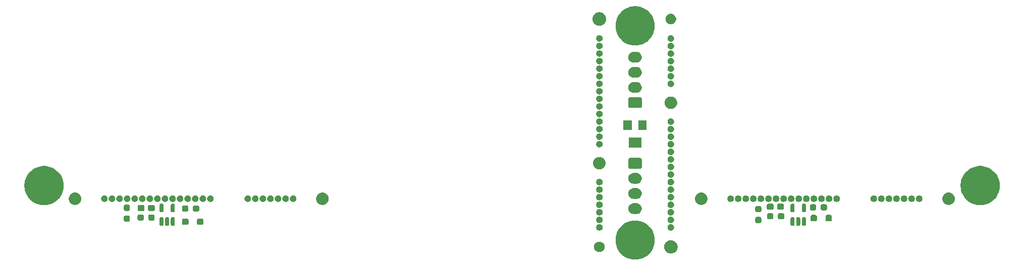
<source format=gbr>
%TF.GenerationSoftware,KiCad,Pcbnew,9.0.0*%
%TF.CreationDate,2025-06-18T14:15:24-07:00*%
%TF.ProjectId,1U Backplane,31552042-6163-46b7-906c-616e652e6b69,rev?*%
%TF.SameCoordinates,Original*%
%TF.FileFunction,Soldermask,Top*%
%TF.FilePolarity,Negative*%
%FSLAX46Y46*%
G04 Gerber Fmt 4.6, Leading zero omitted, Abs format (unit mm)*
G04 Created by KiCad (PCBNEW 9.0.0) date 2025-06-18 14:15:24*
%MOMM*%
%LPD*%
G01*
G04 APERTURE LIST*
G04 APERTURE END LIST*
G36*
X165644157Y-121634728D02*
G01*
X165961878Y-121697927D01*
X166271873Y-121791963D01*
X166571159Y-121915931D01*
X166856853Y-122068638D01*
X167126203Y-122248612D01*
X167376616Y-122454120D01*
X167605680Y-122683184D01*
X167811188Y-122933597D01*
X167991162Y-123202947D01*
X168143869Y-123488641D01*
X168267837Y-123787927D01*
X168361873Y-124097922D01*
X168425072Y-124415643D01*
X168456824Y-124738028D01*
X168456824Y-125061972D01*
X168425072Y-125384357D01*
X168361873Y-125702078D01*
X168267837Y-126012073D01*
X168143869Y-126311359D01*
X167991162Y-126597053D01*
X167811188Y-126866403D01*
X167605680Y-127116816D01*
X167376616Y-127345880D01*
X167126203Y-127551388D01*
X166856853Y-127731362D01*
X166571159Y-127884069D01*
X166271873Y-128008037D01*
X165961878Y-128102073D01*
X165644157Y-128165272D01*
X165321772Y-128197024D01*
X164997828Y-128197024D01*
X164675443Y-128165272D01*
X164357722Y-128102073D01*
X164047727Y-128008037D01*
X163748441Y-127884069D01*
X163462747Y-127731362D01*
X163193397Y-127551388D01*
X162942984Y-127345880D01*
X162713920Y-127116816D01*
X162508412Y-126866403D01*
X162328438Y-126597053D01*
X162175731Y-126311359D01*
X162051763Y-126012073D01*
X161957727Y-125702078D01*
X161894528Y-125384357D01*
X161862776Y-125061972D01*
X161862776Y-124738028D01*
X161894528Y-124415643D01*
X161957727Y-124097922D01*
X162051763Y-123787927D01*
X162175731Y-123488641D01*
X162328438Y-123202947D01*
X162508412Y-122933597D01*
X162713920Y-122683184D01*
X162942984Y-122454120D01*
X163193397Y-122248612D01*
X163462747Y-122068638D01*
X163748441Y-121915931D01*
X164047727Y-121791963D01*
X164357722Y-121697927D01*
X164675443Y-121634728D01*
X164997828Y-121602976D01*
X165321772Y-121602976D01*
X165644157Y-121634728D01*
G37*
G36*
X171419661Y-124943343D02*
G01*
X171589494Y-124998525D01*
X171748603Y-125079595D01*
X171893072Y-125184558D01*
X172019342Y-125310828D01*
X172124305Y-125455297D01*
X172205375Y-125614406D01*
X172260557Y-125784239D01*
X172288492Y-125960614D01*
X172288492Y-126139186D01*
X172260557Y-126315561D01*
X172205375Y-126485394D01*
X172124305Y-126644503D01*
X172019342Y-126788972D01*
X171893072Y-126915242D01*
X171748603Y-127020205D01*
X171589494Y-127101275D01*
X171419661Y-127156457D01*
X171243286Y-127184392D01*
X171064714Y-127184392D01*
X170888339Y-127156457D01*
X170718506Y-127101275D01*
X170559397Y-127020205D01*
X170414928Y-126915242D01*
X170288658Y-126788972D01*
X170183695Y-126644503D01*
X170102625Y-126485394D01*
X170047443Y-126315561D01*
X170019508Y-126139186D01*
X170019508Y-125960614D01*
X170047443Y-125784239D01*
X170102625Y-125614406D01*
X170183695Y-125455297D01*
X170288658Y-125310828D01*
X170414928Y-125184558D01*
X170559397Y-125079595D01*
X170718506Y-124998525D01*
X170888339Y-124943343D01*
X171064714Y-124915408D01*
X171243286Y-124915408D01*
X171419661Y-124943343D01*
G37*
G36*
X159411773Y-125200137D02*
G01*
X159572600Y-125266754D01*
X159717341Y-125363467D01*
X159840433Y-125486559D01*
X159937146Y-125631300D01*
X160003763Y-125792127D01*
X160037724Y-125962861D01*
X160037724Y-126136939D01*
X160003763Y-126307673D01*
X159937146Y-126468500D01*
X159840433Y-126613241D01*
X159717341Y-126736333D01*
X159572600Y-126833046D01*
X159411773Y-126899663D01*
X159241039Y-126933624D01*
X159066961Y-126933624D01*
X158896227Y-126899663D01*
X158735400Y-126833046D01*
X158590659Y-126736333D01*
X158467567Y-126613241D01*
X158370854Y-126468500D01*
X158304237Y-126307673D01*
X158270276Y-126136939D01*
X158270276Y-125962861D01*
X158304237Y-125792127D01*
X158370854Y-125631300D01*
X158467567Y-125486559D01*
X158590659Y-125363467D01*
X158735400Y-125266754D01*
X158896227Y-125200137D01*
X159066961Y-125166176D01*
X159241039Y-125166176D01*
X159411773Y-125200137D01*
G37*
G36*
X159364782Y-122271127D02*
G01*
X159489306Y-122343021D01*
X159590979Y-122444694D01*
X159662873Y-122569218D01*
X159700088Y-122708106D01*
X159700088Y-122851894D01*
X159662873Y-122990782D01*
X159590979Y-123115306D01*
X159489306Y-123216979D01*
X159364782Y-123288873D01*
X159225894Y-123326088D01*
X159082106Y-123326088D01*
X158943218Y-123288873D01*
X158818694Y-123216979D01*
X158717021Y-123115306D01*
X158645127Y-122990782D01*
X158607912Y-122851894D01*
X158607912Y-122708106D01*
X158645127Y-122569218D01*
X158717021Y-122444694D01*
X158818694Y-122343021D01*
X158943218Y-122271127D01*
X159082106Y-122233912D01*
X159225894Y-122233912D01*
X159364782Y-122271127D01*
G37*
G36*
X171364782Y-122271127D02*
G01*
X171489306Y-122343021D01*
X171590979Y-122444694D01*
X171662873Y-122569218D01*
X171700088Y-122708106D01*
X171700088Y-122851894D01*
X171662873Y-122990782D01*
X171590979Y-123115306D01*
X171489306Y-123216979D01*
X171364782Y-123288873D01*
X171225894Y-123326088D01*
X171082106Y-123326088D01*
X170943218Y-123288873D01*
X170818694Y-123216979D01*
X170717021Y-123115306D01*
X170645127Y-122990782D01*
X170607912Y-122851894D01*
X170607912Y-122708106D01*
X170645127Y-122569218D01*
X170717021Y-122444694D01*
X170818694Y-122343021D01*
X170943218Y-122271127D01*
X171082106Y-122233912D01*
X171225894Y-122233912D01*
X171364782Y-122271127D01*
G37*
G36*
X85920944Y-121088811D02*
G01*
X85981936Y-121129564D01*
X86022689Y-121190556D01*
X86037000Y-121262500D01*
X86037000Y-122287500D01*
X86022689Y-122359444D01*
X85981936Y-122420436D01*
X85920944Y-122461189D01*
X85849000Y-122475500D01*
X85549000Y-122475500D01*
X85477056Y-122461189D01*
X85416064Y-122420436D01*
X85375311Y-122359444D01*
X85361000Y-122287500D01*
X85361000Y-121262500D01*
X85375311Y-121190556D01*
X85416064Y-121129564D01*
X85477056Y-121088811D01*
X85549000Y-121074500D01*
X85849000Y-121074500D01*
X85920944Y-121088811D01*
G37*
G36*
X86870944Y-121088811D02*
G01*
X86931936Y-121129564D01*
X86972689Y-121190556D01*
X86987000Y-121262500D01*
X86987000Y-122287500D01*
X86972689Y-122359444D01*
X86931936Y-122420436D01*
X86870944Y-122461189D01*
X86799000Y-122475500D01*
X86499000Y-122475500D01*
X86427056Y-122461189D01*
X86366064Y-122420436D01*
X86325311Y-122359444D01*
X86311000Y-122287500D01*
X86311000Y-121262500D01*
X86325311Y-121190556D01*
X86366064Y-121129564D01*
X86427056Y-121088811D01*
X86499000Y-121074500D01*
X86799000Y-121074500D01*
X86870944Y-121088811D01*
G37*
G36*
X87820944Y-121088811D02*
G01*
X87881936Y-121129564D01*
X87922689Y-121190556D01*
X87937000Y-121262500D01*
X87937000Y-122287500D01*
X87922689Y-122359444D01*
X87881936Y-122420436D01*
X87820944Y-122461189D01*
X87749000Y-122475500D01*
X87449000Y-122475500D01*
X87377056Y-122461189D01*
X87316064Y-122420436D01*
X87275311Y-122359444D01*
X87261000Y-122287500D01*
X87261000Y-121262500D01*
X87275311Y-121190556D01*
X87316064Y-121129564D01*
X87377056Y-121088811D01*
X87449000Y-121074500D01*
X87749000Y-121074500D01*
X87820944Y-121088811D01*
G37*
G36*
X191795944Y-121088811D02*
G01*
X191856936Y-121129564D01*
X191897689Y-121190556D01*
X191912000Y-121262500D01*
X191912000Y-122287500D01*
X191897689Y-122359444D01*
X191856936Y-122420436D01*
X191795944Y-122461189D01*
X191724000Y-122475500D01*
X191424000Y-122475500D01*
X191352056Y-122461189D01*
X191291064Y-122420436D01*
X191250311Y-122359444D01*
X191236000Y-122287500D01*
X191236000Y-121262500D01*
X191250311Y-121190556D01*
X191291064Y-121129564D01*
X191352056Y-121088811D01*
X191424000Y-121074500D01*
X191724000Y-121074500D01*
X191795944Y-121088811D01*
G37*
G36*
X192745944Y-121088811D02*
G01*
X192806936Y-121129564D01*
X192847689Y-121190556D01*
X192862000Y-121262500D01*
X192862000Y-122287500D01*
X192847689Y-122359444D01*
X192806936Y-122420436D01*
X192745944Y-122461189D01*
X192674000Y-122475500D01*
X192374000Y-122475500D01*
X192302056Y-122461189D01*
X192241064Y-122420436D01*
X192200311Y-122359444D01*
X192186000Y-122287500D01*
X192186000Y-121262500D01*
X192200311Y-121190556D01*
X192241064Y-121129564D01*
X192302056Y-121088811D01*
X192374000Y-121074500D01*
X192674000Y-121074500D01*
X192745944Y-121088811D01*
G37*
G36*
X193695944Y-121088811D02*
G01*
X193756936Y-121129564D01*
X193797689Y-121190556D01*
X193812000Y-121262500D01*
X193812000Y-122287500D01*
X193797689Y-122359444D01*
X193756936Y-122420436D01*
X193695944Y-122461189D01*
X193624000Y-122475500D01*
X193324000Y-122475500D01*
X193252056Y-122461189D01*
X193191064Y-122420436D01*
X193150311Y-122359444D01*
X193136000Y-122287500D01*
X193136000Y-121262500D01*
X193150311Y-121190556D01*
X193191064Y-121129564D01*
X193252056Y-121088811D01*
X193324000Y-121074500D01*
X193624000Y-121074500D01*
X193695944Y-121088811D01*
G37*
G36*
X90014938Y-121269650D02*
G01*
X90019675Y-121271741D01*
X90022305Y-121272088D01*
X90055212Y-121287433D01*
X90111759Y-121312401D01*
X90186599Y-121387241D01*
X90211571Y-121443798D01*
X90226910Y-121476691D01*
X90227256Y-121479319D01*
X90229350Y-121484062D01*
X90237000Y-121550000D01*
X90237000Y-122050000D01*
X90229350Y-122115938D01*
X90227256Y-122120678D01*
X90226911Y-122123305D01*
X90211584Y-122156172D01*
X90186599Y-122212759D01*
X90111759Y-122287599D01*
X90055182Y-122312580D01*
X90022308Y-122327910D01*
X90019680Y-122328255D01*
X90014938Y-122330350D01*
X89949000Y-122338000D01*
X89449000Y-122338000D01*
X89383062Y-122330350D01*
X89378321Y-122328256D01*
X89375694Y-122327911D01*
X89342809Y-122312576D01*
X89286241Y-122287599D01*
X89211401Y-122212759D01*
X89186437Y-122156222D01*
X89171089Y-122123308D01*
X89170742Y-122120677D01*
X89168650Y-122115938D01*
X89161000Y-122050000D01*
X89161000Y-121550000D01*
X89168650Y-121484062D01*
X89170741Y-121479324D01*
X89171088Y-121476694D01*
X89186441Y-121443768D01*
X89211401Y-121387241D01*
X89286241Y-121312401D01*
X89342758Y-121287445D01*
X89375691Y-121272089D01*
X89378322Y-121271742D01*
X89383062Y-121269650D01*
X89449000Y-121262000D01*
X89949000Y-121262000D01*
X90014938Y-121269650D01*
G37*
G36*
X92514938Y-121269650D02*
G01*
X92519675Y-121271741D01*
X92522305Y-121272088D01*
X92555212Y-121287433D01*
X92611759Y-121312401D01*
X92686599Y-121387241D01*
X92711571Y-121443798D01*
X92726910Y-121476691D01*
X92727256Y-121479319D01*
X92729350Y-121484062D01*
X92737000Y-121550000D01*
X92737000Y-122050000D01*
X92729350Y-122115938D01*
X92727256Y-122120678D01*
X92726911Y-122123305D01*
X92711584Y-122156172D01*
X92686599Y-122212759D01*
X92611759Y-122287599D01*
X92555182Y-122312580D01*
X92522308Y-122327910D01*
X92519680Y-122328255D01*
X92514938Y-122330350D01*
X92449000Y-122338000D01*
X91949000Y-122338000D01*
X91883062Y-122330350D01*
X91878321Y-122328256D01*
X91875694Y-122327911D01*
X91842809Y-122312576D01*
X91786241Y-122287599D01*
X91711401Y-122212759D01*
X91686437Y-122156222D01*
X91671089Y-122123308D01*
X91670742Y-122120677D01*
X91668650Y-122115938D01*
X91661000Y-122050000D01*
X91661000Y-121550000D01*
X91668650Y-121484062D01*
X91670741Y-121479324D01*
X91671088Y-121476694D01*
X91686441Y-121443768D01*
X91711401Y-121387241D01*
X91786241Y-121312401D01*
X91842758Y-121287445D01*
X91875691Y-121272089D01*
X91878322Y-121271742D01*
X91883062Y-121269650D01*
X91949000Y-121262000D01*
X92449000Y-121262000D01*
X92514938Y-121269650D01*
G37*
G36*
X159364782Y-121001127D02*
G01*
X159489306Y-121073021D01*
X159590979Y-121174694D01*
X159662873Y-121299218D01*
X159700088Y-121438106D01*
X159700088Y-121581894D01*
X159662873Y-121720782D01*
X159590979Y-121845306D01*
X159489306Y-121946979D01*
X159364782Y-122018873D01*
X159225894Y-122056088D01*
X159082106Y-122056088D01*
X158943218Y-122018873D01*
X158818694Y-121946979D01*
X158717021Y-121845306D01*
X158645127Y-121720782D01*
X158607912Y-121581894D01*
X158607912Y-121438106D01*
X158645127Y-121299218D01*
X158717021Y-121174694D01*
X158818694Y-121073021D01*
X158943218Y-121001127D01*
X159082106Y-120963912D01*
X159225894Y-120963912D01*
X159364782Y-121001127D01*
G37*
G36*
X171364782Y-121001127D02*
G01*
X171489306Y-121073021D01*
X171590979Y-121174694D01*
X171662873Y-121299218D01*
X171700088Y-121438106D01*
X171700088Y-121581894D01*
X171662873Y-121720782D01*
X171590979Y-121845306D01*
X171489306Y-121946979D01*
X171364782Y-122018873D01*
X171225894Y-122056088D01*
X171082106Y-122056088D01*
X170943218Y-122018873D01*
X170818694Y-121946979D01*
X170717021Y-121845306D01*
X170645127Y-121720782D01*
X170607912Y-121581894D01*
X170607912Y-121438106D01*
X170645127Y-121299218D01*
X170717021Y-121174694D01*
X170818694Y-121073021D01*
X170943218Y-121001127D01*
X171082106Y-120963912D01*
X171225894Y-120963912D01*
X171364782Y-121001127D01*
G37*
G36*
X186068009Y-121000794D02*
G01*
X186131569Y-121009162D01*
X186147557Y-121016617D01*
X186166929Y-121020471D01*
X186192589Y-121037616D01*
X186219070Y-121049965D01*
X186235179Y-121066074D01*
X186256308Y-121080192D01*
X186270425Y-121101320D01*
X186286534Y-121117429D01*
X186298881Y-121143908D01*
X186316029Y-121169571D01*
X186319882Y-121188942D01*
X186327336Y-121204927D01*
X186335699Y-121268461D01*
X186337000Y-121275000D01*
X186337000Y-121775000D01*
X186335702Y-121781523D01*
X186327337Y-121845069D01*
X186319882Y-121861054D01*
X186316029Y-121880429D01*
X186298879Y-121906094D01*
X186286534Y-121932570D01*
X186270427Y-121948676D01*
X186256308Y-121969808D01*
X186235176Y-121983927D01*
X186219070Y-122000034D01*
X186192593Y-122012380D01*
X186166929Y-122029529D01*
X186147555Y-122033382D01*
X186131572Y-122040836D01*
X186068040Y-122049199D01*
X186061500Y-122050500D01*
X185586500Y-122050500D01*
X185579978Y-122049202D01*
X185516430Y-122040837D01*
X185500444Y-122033382D01*
X185481071Y-122029529D01*
X185455407Y-122012381D01*
X185428929Y-122000034D01*
X185412820Y-121983925D01*
X185391692Y-121969808D01*
X185377574Y-121948679D01*
X185361465Y-121932570D01*
X185349116Y-121906088D01*
X185331971Y-121880429D01*
X185328118Y-121861059D01*
X185320663Y-121845072D01*
X185312297Y-121781525D01*
X185311000Y-121775000D01*
X185311000Y-121275000D01*
X185312294Y-121268492D01*
X185320662Y-121204930D01*
X185328118Y-121188940D01*
X185331971Y-121169571D01*
X185349115Y-121143912D01*
X185361465Y-121117429D01*
X185377576Y-121101317D01*
X185391692Y-121080192D01*
X185412817Y-121066076D01*
X185428929Y-121049965D01*
X185455413Y-121037614D01*
X185481071Y-121020471D01*
X185500439Y-121016618D01*
X185516427Y-121009163D01*
X185579976Y-121000797D01*
X185586500Y-120999500D01*
X186061500Y-120999500D01*
X186068009Y-121000794D01*
G37*
G36*
X80143009Y-120775794D02*
G01*
X80206569Y-120784162D01*
X80222557Y-120791617D01*
X80241929Y-120795471D01*
X80267589Y-120812616D01*
X80294070Y-120824965D01*
X80310179Y-120841074D01*
X80331308Y-120855192D01*
X80345425Y-120876320D01*
X80361534Y-120892429D01*
X80373881Y-120918908D01*
X80391029Y-120944571D01*
X80394882Y-120963942D01*
X80402336Y-120979927D01*
X80410699Y-121043461D01*
X80412000Y-121050000D01*
X80412000Y-121550000D01*
X80410702Y-121556523D01*
X80402337Y-121620069D01*
X80394882Y-121636054D01*
X80391029Y-121655429D01*
X80373879Y-121681094D01*
X80361534Y-121707570D01*
X80345427Y-121723676D01*
X80331308Y-121744808D01*
X80310176Y-121758927D01*
X80294070Y-121775034D01*
X80267593Y-121787380D01*
X80241929Y-121804529D01*
X80222555Y-121808382D01*
X80206572Y-121815836D01*
X80143040Y-121824199D01*
X80136500Y-121825500D01*
X79661500Y-121825500D01*
X79654978Y-121824202D01*
X79591430Y-121815837D01*
X79575444Y-121808382D01*
X79556071Y-121804529D01*
X79530407Y-121787381D01*
X79503929Y-121775034D01*
X79487820Y-121758925D01*
X79466692Y-121744808D01*
X79452574Y-121723679D01*
X79436465Y-121707570D01*
X79424116Y-121681088D01*
X79406971Y-121655429D01*
X79403118Y-121636059D01*
X79395663Y-121620072D01*
X79387297Y-121556525D01*
X79386000Y-121550000D01*
X79386000Y-121050000D01*
X79387294Y-121043492D01*
X79395662Y-120979930D01*
X79403118Y-120963940D01*
X79406971Y-120944571D01*
X79424115Y-120918912D01*
X79436465Y-120892429D01*
X79452576Y-120876317D01*
X79466692Y-120855192D01*
X79487817Y-120841076D01*
X79503929Y-120824965D01*
X79530413Y-120812614D01*
X79556071Y-120795471D01*
X79575439Y-120791618D01*
X79591427Y-120784163D01*
X79654976Y-120775797D01*
X79661500Y-120774500D01*
X80136500Y-120774500D01*
X80143009Y-120775794D01*
G37*
G36*
X195439938Y-120669650D02*
G01*
X195444675Y-120671741D01*
X195447305Y-120672088D01*
X195480212Y-120687433D01*
X195536759Y-120712401D01*
X195611599Y-120787241D01*
X195636571Y-120843798D01*
X195651910Y-120876691D01*
X195652256Y-120879319D01*
X195654350Y-120884062D01*
X195662000Y-120950000D01*
X195662000Y-121450000D01*
X195654350Y-121515938D01*
X195652256Y-121520678D01*
X195651911Y-121523305D01*
X195636584Y-121556172D01*
X195611599Y-121612759D01*
X195536759Y-121687599D01*
X195480182Y-121712580D01*
X195447308Y-121727910D01*
X195444680Y-121728255D01*
X195439938Y-121730350D01*
X195374000Y-121738000D01*
X194874000Y-121738000D01*
X194808062Y-121730350D01*
X194803321Y-121728256D01*
X194800694Y-121727911D01*
X194767809Y-121712576D01*
X194711241Y-121687599D01*
X194636401Y-121612759D01*
X194611437Y-121556222D01*
X194596089Y-121523308D01*
X194595742Y-121520677D01*
X194593650Y-121515938D01*
X194586000Y-121450000D01*
X194586000Y-120950000D01*
X194593650Y-120884062D01*
X194595741Y-120879324D01*
X194596088Y-120876694D01*
X194611441Y-120843768D01*
X194636401Y-120787241D01*
X194711241Y-120712401D01*
X194767758Y-120687445D01*
X194800691Y-120672089D01*
X194803322Y-120671742D01*
X194808062Y-120669650D01*
X194874000Y-120662000D01*
X195374000Y-120662000D01*
X195439938Y-120669650D01*
G37*
G36*
X197939938Y-120669650D02*
G01*
X197944675Y-120671741D01*
X197947305Y-120672088D01*
X197980212Y-120687433D01*
X198036759Y-120712401D01*
X198111599Y-120787241D01*
X198136571Y-120843798D01*
X198151910Y-120876691D01*
X198152256Y-120879319D01*
X198154350Y-120884062D01*
X198162000Y-120950000D01*
X198162000Y-121450000D01*
X198154350Y-121515938D01*
X198152256Y-121520678D01*
X198151911Y-121523305D01*
X198136584Y-121556172D01*
X198111599Y-121612759D01*
X198036759Y-121687599D01*
X197980182Y-121712580D01*
X197947308Y-121727910D01*
X197944680Y-121728255D01*
X197939938Y-121730350D01*
X197874000Y-121738000D01*
X197374000Y-121738000D01*
X197308062Y-121730350D01*
X197303321Y-121728256D01*
X197300694Y-121727911D01*
X197267809Y-121712576D01*
X197211241Y-121687599D01*
X197136401Y-121612759D01*
X197111437Y-121556222D01*
X197096089Y-121523308D01*
X197095742Y-121520677D01*
X197093650Y-121515938D01*
X197086000Y-121450000D01*
X197086000Y-120950000D01*
X197093650Y-120884062D01*
X197095741Y-120879324D01*
X197096088Y-120876694D01*
X197111441Y-120843768D01*
X197136401Y-120787241D01*
X197211241Y-120712401D01*
X197267758Y-120687445D01*
X197300691Y-120672089D01*
X197303322Y-120671742D01*
X197308062Y-120669650D01*
X197374000Y-120662000D01*
X197874000Y-120662000D01*
X197939938Y-120669650D01*
G37*
G36*
X82455509Y-120588294D02*
G01*
X82519069Y-120596662D01*
X82535057Y-120604117D01*
X82554429Y-120607971D01*
X82580089Y-120625116D01*
X82606570Y-120637465D01*
X82622679Y-120653574D01*
X82643808Y-120667692D01*
X82657925Y-120688820D01*
X82674034Y-120704929D01*
X82686381Y-120731408D01*
X82703529Y-120757071D01*
X82707382Y-120776442D01*
X82714836Y-120792427D01*
X82723199Y-120855961D01*
X82724500Y-120862500D01*
X82724500Y-121337500D01*
X82723202Y-121344023D01*
X82714837Y-121407569D01*
X82707382Y-121423554D01*
X82703529Y-121442929D01*
X82686379Y-121468594D01*
X82674034Y-121495070D01*
X82657927Y-121511176D01*
X82643808Y-121532308D01*
X82622676Y-121546427D01*
X82606570Y-121562534D01*
X82580093Y-121574880D01*
X82554429Y-121592029D01*
X82535055Y-121595882D01*
X82519072Y-121603336D01*
X82455540Y-121611699D01*
X82449000Y-121613000D01*
X81949000Y-121613000D01*
X81942478Y-121611702D01*
X81878930Y-121603337D01*
X81862944Y-121595882D01*
X81843571Y-121592029D01*
X81817907Y-121574881D01*
X81791429Y-121562534D01*
X81775320Y-121546425D01*
X81754192Y-121532308D01*
X81740074Y-121511179D01*
X81723965Y-121495070D01*
X81711616Y-121468588D01*
X81694471Y-121442929D01*
X81690618Y-121423559D01*
X81683163Y-121407572D01*
X81674797Y-121344025D01*
X81673500Y-121337500D01*
X81673500Y-120862500D01*
X81674794Y-120855992D01*
X81683162Y-120792430D01*
X81690618Y-120776440D01*
X81694471Y-120757071D01*
X81711615Y-120731412D01*
X81723965Y-120704929D01*
X81740076Y-120688817D01*
X81754192Y-120667692D01*
X81775317Y-120653576D01*
X81791429Y-120637465D01*
X81817913Y-120625114D01*
X81843571Y-120607971D01*
X81862939Y-120604118D01*
X81878927Y-120596663D01*
X81942476Y-120588297D01*
X81949000Y-120587000D01*
X82449000Y-120587000D01*
X82455509Y-120588294D01*
G37*
G36*
X84280509Y-120588294D02*
G01*
X84344069Y-120596662D01*
X84360057Y-120604117D01*
X84379429Y-120607971D01*
X84405089Y-120625116D01*
X84431570Y-120637465D01*
X84447679Y-120653574D01*
X84468808Y-120667692D01*
X84482925Y-120688820D01*
X84499034Y-120704929D01*
X84511381Y-120731408D01*
X84528529Y-120757071D01*
X84532382Y-120776442D01*
X84539836Y-120792427D01*
X84548199Y-120855961D01*
X84549500Y-120862500D01*
X84549500Y-121337500D01*
X84548202Y-121344023D01*
X84539837Y-121407569D01*
X84532382Y-121423554D01*
X84528529Y-121442929D01*
X84511379Y-121468594D01*
X84499034Y-121495070D01*
X84482927Y-121511176D01*
X84468808Y-121532308D01*
X84447676Y-121546427D01*
X84431570Y-121562534D01*
X84405093Y-121574880D01*
X84379429Y-121592029D01*
X84360055Y-121595882D01*
X84344072Y-121603336D01*
X84280540Y-121611699D01*
X84274000Y-121613000D01*
X83774000Y-121613000D01*
X83767478Y-121611702D01*
X83703930Y-121603337D01*
X83687944Y-121595882D01*
X83668571Y-121592029D01*
X83642907Y-121574881D01*
X83616429Y-121562534D01*
X83600320Y-121546425D01*
X83579192Y-121532308D01*
X83565074Y-121511179D01*
X83548965Y-121495070D01*
X83536616Y-121468588D01*
X83519471Y-121442929D01*
X83515618Y-121423559D01*
X83508163Y-121407572D01*
X83499797Y-121344025D01*
X83498500Y-121337500D01*
X83498500Y-120862500D01*
X83499794Y-120855992D01*
X83508162Y-120792430D01*
X83515618Y-120776440D01*
X83519471Y-120757071D01*
X83536615Y-120731412D01*
X83548965Y-120704929D01*
X83565076Y-120688817D01*
X83579192Y-120667692D01*
X83600317Y-120653576D01*
X83616429Y-120637465D01*
X83642913Y-120625114D01*
X83668571Y-120607971D01*
X83687939Y-120604118D01*
X83703927Y-120596663D01*
X83767476Y-120588297D01*
X83774000Y-120587000D01*
X84274000Y-120587000D01*
X84280509Y-120588294D01*
G37*
G36*
X188080509Y-120388294D02*
G01*
X188144069Y-120396662D01*
X188160057Y-120404117D01*
X188179429Y-120407971D01*
X188205089Y-120425116D01*
X188231570Y-120437465D01*
X188247679Y-120453574D01*
X188268808Y-120467692D01*
X188282925Y-120488820D01*
X188299034Y-120504929D01*
X188311381Y-120531408D01*
X188328529Y-120557071D01*
X188332382Y-120576442D01*
X188339836Y-120592427D01*
X188348199Y-120655961D01*
X188349500Y-120662500D01*
X188349500Y-121137500D01*
X188348202Y-121144023D01*
X188339837Y-121207569D01*
X188332382Y-121223554D01*
X188328529Y-121242929D01*
X188311379Y-121268594D01*
X188299034Y-121295070D01*
X188282927Y-121311176D01*
X188268808Y-121332308D01*
X188247676Y-121346427D01*
X188231570Y-121362534D01*
X188205093Y-121374880D01*
X188179429Y-121392029D01*
X188160055Y-121395882D01*
X188144072Y-121403336D01*
X188080540Y-121411699D01*
X188074000Y-121413000D01*
X187574000Y-121413000D01*
X187567478Y-121411702D01*
X187503930Y-121403337D01*
X187487944Y-121395882D01*
X187468571Y-121392029D01*
X187442907Y-121374881D01*
X187416429Y-121362534D01*
X187400320Y-121346425D01*
X187379192Y-121332308D01*
X187365074Y-121311179D01*
X187348965Y-121295070D01*
X187336616Y-121268588D01*
X187319471Y-121242929D01*
X187315618Y-121223559D01*
X187308163Y-121207572D01*
X187299797Y-121144025D01*
X187298500Y-121137500D01*
X187298500Y-120662500D01*
X187299794Y-120655992D01*
X187308162Y-120592430D01*
X187315618Y-120576440D01*
X187319471Y-120557071D01*
X187336615Y-120531412D01*
X187348965Y-120504929D01*
X187365076Y-120488817D01*
X187379192Y-120467692D01*
X187400317Y-120453576D01*
X187416429Y-120437465D01*
X187442913Y-120425114D01*
X187468571Y-120407971D01*
X187487939Y-120404118D01*
X187503927Y-120396663D01*
X187567476Y-120388297D01*
X187574000Y-120387000D01*
X188074000Y-120387000D01*
X188080509Y-120388294D01*
G37*
G36*
X189905509Y-120388294D02*
G01*
X189969069Y-120396662D01*
X189985057Y-120404117D01*
X190004429Y-120407971D01*
X190030089Y-120425116D01*
X190056570Y-120437465D01*
X190072679Y-120453574D01*
X190093808Y-120467692D01*
X190107925Y-120488820D01*
X190124034Y-120504929D01*
X190136381Y-120531408D01*
X190153529Y-120557071D01*
X190157382Y-120576442D01*
X190164836Y-120592427D01*
X190173199Y-120655961D01*
X190174500Y-120662500D01*
X190174500Y-121137500D01*
X190173202Y-121144023D01*
X190164837Y-121207569D01*
X190157382Y-121223554D01*
X190153529Y-121242929D01*
X190136379Y-121268594D01*
X190124034Y-121295070D01*
X190107927Y-121311176D01*
X190093808Y-121332308D01*
X190072676Y-121346427D01*
X190056570Y-121362534D01*
X190030093Y-121374880D01*
X190004429Y-121392029D01*
X189985055Y-121395882D01*
X189969072Y-121403336D01*
X189905540Y-121411699D01*
X189899000Y-121413000D01*
X189399000Y-121413000D01*
X189392478Y-121411702D01*
X189328930Y-121403337D01*
X189312944Y-121395882D01*
X189293571Y-121392029D01*
X189267907Y-121374881D01*
X189241429Y-121362534D01*
X189225320Y-121346425D01*
X189204192Y-121332308D01*
X189190074Y-121311179D01*
X189173965Y-121295070D01*
X189161616Y-121268588D01*
X189144471Y-121242929D01*
X189140618Y-121223559D01*
X189133163Y-121207572D01*
X189124797Y-121144025D01*
X189123500Y-121137500D01*
X189123500Y-120662500D01*
X189124794Y-120655992D01*
X189133162Y-120592430D01*
X189140618Y-120576440D01*
X189144471Y-120557071D01*
X189161615Y-120531412D01*
X189173965Y-120504929D01*
X189190076Y-120488817D01*
X189204192Y-120467692D01*
X189225317Y-120453576D01*
X189241429Y-120437465D01*
X189267913Y-120425114D01*
X189293571Y-120407971D01*
X189312939Y-120404118D01*
X189328927Y-120396663D01*
X189392476Y-120388297D01*
X189399000Y-120387000D01*
X189899000Y-120387000D01*
X189905509Y-120388294D01*
G37*
G36*
X159364782Y-119731127D02*
G01*
X159489306Y-119803021D01*
X159590979Y-119904694D01*
X159662873Y-120029218D01*
X159700088Y-120168106D01*
X159700088Y-120311894D01*
X159662873Y-120450782D01*
X159590979Y-120575306D01*
X159489306Y-120676979D01*
X159364782Y-120748873D01*
X159225894Y-120786088D01*
X159082106Y-120786088D01*
X158943218Y-120748873D01*
X158818694Y-120676979D01*
X158717021Y-120575306D01*
X158645127Y-120450782D01*
X158607912Y-120311894D01*
X158607912Y-120168106D01*
X158645127Y-120029218D01*
X158717021Y-119904694D01*
X158818694Y-119803021D01*
X158943218Y-119731127D01*
X159082106Y-119693912D01*
X159225894Y-119693912D01*
X159364782Y-119731127D01*
G37*
G36*
X171364782Y-119731127D02*
G01*
X171489306Y-119803021D01*
X171590979Y-119904694D01*
X171662873Y-120029218D01*
X171700088Y-120168106D01*
X171700088Y-120311894D01*
X171662873Y-120450782D01*
X171590979Y-120575306D01*
X171489306Y-120676979D01*
X171364782Y-120748873D01*
X171225894Y-120786088D01*
X171082106Y-120786088D01*
X170943218Y-120748873D01*
X170818694Y-120676979D01*
X170717021Y-120575306D01*
X170645127Y-120450782D01*
X170607912Y-120311894D01*
X170607912Y-120168106D01*
X170645127Y-120029218D01*
X170717021Y-119904694D01*
X170818694Y-119803021D01*
X170943218Y-119731127D01*
X171082106Y-119693912D01*
X171225894Y-119693912D01*
X171364782Y-119731127D01*
G37*
G36*
X165468000Y-118716372D02*
G01*
X165642578Y-118751098D01*
X165807028Y-118819215D01*
X165955029Y-118918107D01*
X166080893Y-119043971D01*
X166179785Y-119191972D01*
X166247902Y-119356422D01*
X166282628Y-119531000D01*
X166282628Y-119709000D01*
X166247902Y-119883578D01*
X166179785Y-120048028D01*
X166080893Y-120196029D01*
X165955029Y-120321893D01*
X165807028Y-120420785D01*
X165642578Y-120488902D01*
X165468000Y-120523628D01*
X165379000Y-120528000D01*
X165377749Y-120528000D01*
X164930251Y-120528000D01*
X164929000Y-120528000D01*
X164840000Y-120523628D01*
X164665422Y-120488902D01*
X164500972Y-120420785D01*
X164352971Y-120321893D01*
X164227107Y-120196029D01*
X164128215Y-120048028D01*
X164060098Y-119883578D01*
X164025372Y-119709000D01*
X164025372Y-119531000D01*
X164060098Y-119356422D01*
X164128215Y-119191972D01*
X164227107Y-119043971D01*
X164352971Y-118918107D01*
X164500972Y-118819215D01*
X164665422Y-118751098D01*
X164840000Y-118716372D01*
X164929000Y-118712000D01*
X165379000Y-118712000D01*
X165468000Y-118716372D01*
G37*
G36*
X186068009Y-119175794D02*
G01*
X186131569Y-119184162D01*
X186147557Y-119191617D01*
X186166929Y-119195471D01*
X186192589Y-119212616D01*
X186219070Y-119224965D01*
X186235179Y-119241074D01*
X186256308Y-119255192D01*
X186270425Y-119276320D01*
X186286534Y-119292429D01*
X186298881Y-119318908D01*
X186316029Y-119344571D01*
X186319882Y-119363942D01*
X186327336Y-119379927D01*
X186335699Y-119443461D01*
X186337000Y-119450000D01*
X186337000Y-119950000D01*
X186335702Y-119956523D01*
X186327337Y-120020069D01*
X186319882Y-120036054D01*
X186316029Y-120055429D01*
X186298879Y-120081094D01*
X186286534Y-120107570D01*
X186270427Y-120123676D01*
X186256308Y-120144808D01*
X186235176Y-120158927D01*
X186219070Y-120175034D01*
X186192593Y-120187380D01*
X186166929Y-120204529D01*
X186147555Y-120208382D01*
X186131572Y-120215836D01*
X186068040Y-120224199D01*
X186061500Y-120225500D01*
X185586500Y-120225500D01*
X185579978Y-120224202D01*
X185516430Y-120215837D01*
X185500444Y-120208382D01*
X185481071Y-120204529D01*
X185455407Y-120187381D01*
X185428929Y-120175034D01*
X185412820Y-120158925D01*
X185391692Y-120144808D01*
X185377574Y-120123679D01*
X185361465Y-120107570D01*
X185349116Y-120081088D01*
X185331971Y-120055429D01*
X185328118Y-120036059D01*
X185320663Y-120020072D01*
X185312297Y-119956525D01*
X185311000Y-119950000D01*
X185311000Y-119450000D01*
X185312294Y-119443492D01*
X185320662Y-119379930D01*
X185328118Y-119363940D01*
X185331971Y-119344571D01*
X185349115Y-119318912D01*
X185361465Y-119292429D01*
X185377576Y-119276317D01*
X185391692Y-119255192D01*
X185412817Y-119241076D01*
X185428929Y-119224965D01*
X185455413Y-119212614D01*
X185481071Y-119195471D01*
X185500439Y-119191618D01*
X185516427Y-119184163D01*
X185579976Y-119175797D01*
X185586500Y-119174500D01*
X186061500Y-119174500D01*
X186068009Y-119175794D01*
G37*
G36*
X85920944Y-118813811D02*
G01*
X85981936Y-118854564D01*
X86022689Y-118915556D01*
X86037000Y-118987500D01*
X86037000Y-120012500D01*
X86022689Y-120084444D01*
X85981936Y-120145436D01*
X85920944Y-120186189D01*
X85849000Y-120200500D01*
X85549000Y-120200500D01*
X85477056Y-120186189D01*
X85416064Y-120145436D01*
X85375311Y-120084444D01*
X85361000Y-120012500D01*
X85361000Y-118987500D01*
X85375311Y-118915556D01*
X85416064Y-118854564D01*
X85477056Y-118813811D01*
X85549000Y-118799500D01*
X85849000Y-118799500D01*
X85920944Y-118813811D01*
G37*
G36*
X87820944Y-118813811D02*
G01*
X87881936Y-118854564D01*
X87922689Y-118915556D01*
X87937000Y-118987500D01*
X87937000Y-120012500D01*
X87922689Y-120084444D01*
X87881936Y-120145436D01*
X87820944Y-120186189D01*
X87749000Y-120200500D01*
X87449000Y-120200500D01*
X87377056Y-120186189D01*
X87316064Y-120145436D01*
X87275311Y-120084444D01*
X87261000Y-120012500D01*
X87261000Y-118987500D01*
X87275311Y-118915556D01*
X87316064Y-118854564D01*
X87377056Y-118813811D01*
X87449000Y-118799500D01*
X87749000Y-118799500D01*
X87820944Y-118813811D01*
G37*
G36*
X191795944Y-118813811D02*
G01*
X191856936Y-118854564D01*
X191897689Y-118915556D01*
X191912000Y-118987500D01*
X191912000Y-120012500D01*
X191897689Y-120084444D01*
X191856936Y-120145436D01*
X191795944Y-120186189D01*
X191724000Y-120200500D01*
X191424000Y-120200500D01*
X191352056Y-120186189D01*
X191291064Y-120145436D01*
X191250311Y-120084444D01*
X191236000Y-120012500D01*
X191236000Y-118987500D01*
X191250311Y-118915556D01*
X191291064Y-118854564D01*
X191352056Y-118813811D01*
X191424000Y-118799500D01*
X191724000Y-118799500D01*
X191795944Y-118813811D01*
G37*
G36*
X193695944Y-118813811D02*
G01*
X193756936Y-118854564D01*
X193797689Y-118915556D01*
X193812000Y-118987500D01*
X193812000Y-120012500D01*
X193797689Y-120084444D01*
X193756936Y-120145436D01*
X193695944Y-120186189D01*
X193624000Y-120200500D01*
X193324000Y-120200500D01*
X193252056Y-120186189D01*
X193191064Y-120145436D01*
X193150311Y-120084444D01*
X193136000Y-120012500D01*
X193136000Y-118987500D01*
X193150311Y-118915556D01*
X193191064Y-118854564D01*
X193252056Y-118813811D01*
X193324000Y-118799500D01*
X193624000Y-118799500D01*
X193695944Y-118813811D01*
G37*
G36*
X89930509Y-119088294D02*
G01*
X89994069Y-119096662D01*
X90010057Y-119104117D01*
X90029429Y-119107971D01*
X90055089Y-119125116D01*
X90081570Y-119137465D01*
X90097679Y-119153574D01*
X90118808Y-119167692D01*
X90132925Y-119188820D01*
X90149034Y-119204929D01*
X90161381Y-119231408D01*
X90178529Y-119257071D01*
X90182382Y-119276442D01*
X90189836Y-119292427D01*
X90198199Y-119355961D01*
X90199500Y-119362500D01*
X90199500Y-119837500D01*
X90198202Y-119844023D01*
X90189837Y-119907569D01*
X90182382Y-119923554D01*
X90178529Y-119942929D01*
X90161379Y-119968594D01*
X90149034Y-119995070D01*
X90132927Y-120011176D01*
X90118808Y-120032308D01*
X90097676Y-120046427D01*
X90081570Y-120062534D01*
X90055093Y-120074880D01*
X90029429Y-120092029D01*
X90010055Y-120095882D01*
X89994072Y-120103336D01*
X89930540Y-120111699D01*
X89924000Y-120113000D01*
X89424000Y-120113000D01*
X89417478Y-120111702D01*
X89353930Y-120103337D01*
X89337944Y-120095882D01*
X89318571Y-120092029D01*
X89292907Y-120074881D01*
X89266429Y-120062534D01*
X89250320Y-120046425D01*
X89229192Y-120032308D01*
X89215074Y-120011179D01*
X89198965Y-119995070D01*
X89186616Y-119968588D01*
X89169471Y-119942929D01*
X89165618Y-119923559D01*
X89158163Y-119907572D01*
X89149797Y-119844025D01*
X89148500Y-119837500D01*
X89148500Y-119362500D01*
X89149794Y-119355992D01*
X89158162Y-119292430D01*
X89165618Y-119276440D01*
X89169471Y-119257071D01*
X89186615Y-119231412D01*
X89198965Y-119204929D01*
X89215076Y-119188817D01*
X89229192Y-119167692D01*
X89250317Y-119153576D01*
X89266429Y-119137465D01*
X89292913Y-119125114D01*
X89318571Y-119107971D01*
X89337939Y-119104118D01*
X89353927Y-119096663D01*
X89417476Y-119088297D01*
X89424000Y-119087000D01*
X89924000Y-119087000D01*
X89930509Y-119088294D01*
G37*
G36*
X91755509Y-119088294D02*
G01*
X91819069Y-119096662D01*
X91835057Y-119104117D01*
X91854429Y-119107971D01*
X91880089Y-119125116D01*
X91906570Y-119137465D01*
X91922679Y-119153574D01*
X91943808Y-119167692D01*
X91957925Y-119188820D01*
X91974034Y-119204929D01*
X91986381Y-119231408D01*
X92003529Y-119257071D01*
X92007382Y-119276442D01*
X92014836Y-119292427D01*
X92023199Y-119355961D01*
X92024500Y-119362500D01*
X92024500Y-119837500D01*
X92023202Y-119844023D01*
X92014837Y-119907569D01*
X92007382Y-119923554D01*
X92003529Y-119942929D01*
X91986379Y-119968594D01*
X91974034Y-119995070D01*
X91957927Y-120011176D01*
X91943808Y-120032308D01*
X91922676Y-120046427D01*
X91906570Y-120062534D01*
X91880093Y-120074880D01*
X91854429Y-120092029D01*
X91835055Y-120095882D01*
X91819072Y-120103336D01*
X91755540Y-120111699D01*
X91749000Y-120113000D01*
X91249000Y-120113000D01*
X91242478Y-120111702D01*
X91178930Y-120103337D01*
X91162944Y-120095882D01*
X91143571Y-120092029D01*
X91117907Y-120074881D01*
X91091429Y-120062534D01*
X91075320Y-120046425D01*
X91054192Y-120032308D01*
X91040074Y-120011179D01*
X91023965Y-119995070D01*
X91011616Y-119968588D01*
X90994471Y-119942929D01*
X90990618Y-119923559D01*
X90983163Y-119907572D01*
X90974797Y-119844025D01*
X90973500Y-119837500D01*
X90973500Y-119362500D01*
X90974794Y-119355992D01*
X90983162Y-119292430D01*
X90990618Y-119276440D01*
X90994471Y-119257071D01*
X91011615Y-119231412D01*
X91023965Y-119204929D01*
X91040076Y-119188817D01*
X91054192Y-119167692D01*
X91075317Y-119153576D01*
X91091429Y-119137465D01*
X91117913Y-119125114D01*
X91143571Y-119107971D01*
X91162939Y-119104118D01*
X91178927Y-119096663D01*
X91242476Y-119088297D01*
X91249000Y-119087000D01*
X91749000Y-119087000D01*
X91755509Y-119088294D01*
G37*
G36*
X82580509Y-118988294D02*
G01*
X82644069Y-118996662D01*
X82660057Y-119004117D01*
X82679429Y-119007971D01*
X82705089Y-119025116D01*
X82731570Y-119037465D01*
X82747679Y-119053574D01*
X82768808Y-119067692D01*
X82782925Y-119088820D01*
X82799034Y-119104929D01*
X82811381Y-119131408D01*
X82828529Y-119157071D01*
X82832382Y-119176442D01*
X82839836Y-119192427D01*
X82848199Y-119255961D01*
X82849500Y-119262500D01*
X82849500Y-119737500D01*
X82848202Y-119744023D01*
X82839837Y-119807569D01*
X82832382Y-119823554D01*
X82828529Y-119842929D01*
X82811379Y-119868594D01*
X82799034Y-119895070D01*
X82782927Y-119911176D01*
X82768808Y-119932308D01*
X82747676Y-119946427D01*
X82731570Y-119962534D01*
X82705093Y-119974880D01*
X82679429Y-119992029D01*
X82660055Y-119995882D01*
X82644072Y-120003336D01*
X82580540Y-120011699D01*
X82574000Y-120013000D01*
X81974000Y-120013000D01*
X81967478Y-120011702D01*
X81903930Y-120003337D01*
X81887944Y-119995882D01*
X81868571Y-119992029D01*
X81842907Y-119974881D01*
X81816429Y-119962534D01*
X81800320Y-119946425D01*
X81779192Y-119932308D01*
X81765074Y-119911179D01*
X81748965Y-119895070D01*
X81736616Y-119868588D01*
X81719471Y-119842929D01*
X81715618Y-119823559D01*
X81708163Y-119807572D01*
X81699797Y-119744025D01*
X81698500Y-119737500D01*
X81698500Y-119262500D01*
X81699794Y-119255992D01*
X81708162Y-119192430D01*
X81715618Y-119176440D01*
X81719471Y-119157071D01*
X81736615Y-119131412D01*
X81748965Y-119104929D01*
X81765076Y-119088817D01*
X81779192Y-119067692D01*
X81800317Y-119053576D01*
X81816429Y-119037465D01*
X81842913Y-119025114D01*
X81868571Y-119007971D01*
X81887939Y-119004118D01*
X81903927Y-118996663D01*
X81967476Y-118988297D01*
X81974000Y-118987000D01*
X82574000Y-118987000D01*
X82580509Y-118988294D01*
G37*
G36*
X84305509Y-118988294D02*
G01*
X84369069Y-118996662D01*
X84385057Y-119004117D01*
X84404429Y-119007971D01*
X84430089Y-119025116D01*
X84456570Y-119037465D01*
X84472679Y-119053574D01*
X84493808Y-119067692D01*
X84507925Y-119088820D01*
X84524034Y-119104929D01*
X84536381Y-119131408D01*
X84553529Y-119157071D01*
X84557382Y-119176442D01*
X84564836Y-119192427D01*
X84573199Y-119255961D01*
X84574500Y-119262500D01*
X84574500Y-119737500D01*
X84573202Y-119744023D01*
X84564837Y-119807569D01*
X84557382Y-119823554D01*
X84553529Y-119842929D01*
X84536379Y-119868594D01*
X84524034Y-119895070D01*
X84507927Y-119911176D01*
X84493808Y-119932308D01*
X84472676Y-119946427D01*
X84456570Y-119962534D01*
X84430093Y-119974880D01*
X84404429Y-119992029D01*
X84385055Y-119995882D01*
X84369072Y-120003336D01*
X84305540Y-120011699D01*
X84299000Y-120013000D01*
X83699000Y-120013000D01*
X83692478Y-120011702D01*
X83628930Y-120003337D01*
X83612944Y-119995882D01*
X83593571Y-119992029D01*
X83567907Y-119974881D01*
X83541429Y-119962534D01*
X83525320Y-119946425D01*
X83504192Y-119932308D01*
X83490074Y-119911179D01*
X83473965Y-119895070D01*
X83461616Y-119868588D01*
X83444471Y-119842929D01*
X83440618Y-119823559D01*
X83433163Y-119807572D01*
X83424797Y-119744025D01*
X83423500Y-119737500D01*
X83423500Y-119262500D01*
X83424794Y-119255992D01*
X83433162Y-119192430D01*
X83440618Y-119176440D01*
X83444471Y-119157071D01*
X83461615Y-119131412D01*
X83473965Y-119104929D01*
X83490076Y-119088817D01*
X83504192Y-119067692D01*
X83525317Y-119053576D01*
X83541429Y-119037465D01*
X83567913Y-119025114D01*
X83593571Y-119007971D01*
X83612939Y-119004118D01*
X83628927Y-118996663D01*
X83692476Y-118988297D01*
X83699000Y-118987000D01*
X84299000Y-118987000D01*
X84305509Y-118988294D01*
G37*
G36*
X80143009Y-118950794D02*
G01*
X80206569Y-118959162D01*
X80222557Y-118966617D01*
X80241929Y-118970471D01*
X80267589Y-118987616D01*
X80294070Y-118999965D01*
X80310179Y-119016074D01*
X80331308Y-119030192D01*
X80345425Y-119051320D01*
X80361534Y-119067429D01*
X80373881Y-119093908D01*
X80391029Y-119119571D01*
X80394882Y-119138942D01*
X80402336Y-119154927D01*
X80410699Y-119218461D01*
X80412000Y-119225000D01*
X80412000Y-119725000D01*
X80410702Y-119731523D01*
X80402337Y-119795069D01*
X80394882Y-119811054D01*
X80391029Y-119830429D01*
X80373879Y-119856094D01*
X80361534Y-119882570D01*
X80345427Y-119898676D01*
X80331308Y-119919808D01*
X80310176Y-119933927D01*
X80294070Y-119950034D01*
X80267593Y-119962380D01*
X80241929Y-119979529D01*
X80222555Y-119983382D01*
X80206572Y-119990836D01*
X80143040Y-119999199D01*
X80136500Y-120000500D01*
X79661500Y-120000500D01*
X79654978Y-119999202D01*
X79591430Y-119990837D01*
X79575444Y-119983382D01*
X79556071Y-119979529D01*
X79530407Y-119962381D01*
X79503929Y-119950034D01*
X79487820Y-119933925D01*
X79466692Y-119919808D01*
X79452574Y-119898679D01*
X79436465Y-119882570D01*
X79424116Y-119856088D01*
X79406971Y-119830429D01*
X79403118Y-119811059D01*
X79395663Y-119795072D01*
X79387297Y-119731525D01*
X79386000Y-119725000D01*
X79386000Y-119225000D01*
X79387294Y-119218492D01*
X79395662Y-119154930D01*
X79403118Y-119138940D01*
X79406971Y-119119571D01*
X79424115Y-119093912D01*
X79436465Y-119067429D01*
X79452576Y-119051317D01*
X79466692Y-119030192D01*
X79487817Y-119016076D01*
X79503929Y-118999965D01*
X79530413Y-118987614D01*
X79556071Y-118970471D01*
X79575439Y-118966618D01*
X79591427Y-118959163D01*
X79654976Y-118950797D01*
X79661500Y-118949500D01*
X80136500Y-118949500D01*
X80143009Y-118950794D01*
G37*
G36*
X195255509Y-118888294D02*
G01*
X195319069Y-118896662D01*
X195335057Y-118904117D01*
X195354429Y-118907971D01*
X195380089Y-118925116D01*
X195406570Y-118937465D01*
X195422679Y-118953574D01*
X195443808Y-118967692D01*
X195457925Y-118988820D01*
X195474034Y-119004929D01*
X195486381Y-119031408D01*
X195503529Y-119057071D01*
X195507382Y-119076442D01*
X195514836Y-119092427D01*
X195523199Y-119155961D01*
X195524500Y-119162500D01*
X195524500Y-119637500D01*
X195523202Y-119644023D01*
X195514837Y-119707569D01*
X195507382Y-119723554D01*
X195503529Y-119742929D01*
X195486379Y-119768594D01*
X195474034Y-119795070D01*
X195457927Y-119811176D01*
X195443808Y-119832308D01*
X195422676Y-119846427D01*
X195406570Y-119862534D01*
X195380093Y-119874880D01*
X195354429Y-119892029D01*
X195335055Y-119895882D01*
X195319072Y-119903336D01*
X195255540Y-119911699D01*
X195249000Y-119913000D01*
X194749000Y-119913000D01*
X194742478Y-119911702D01*
X194678930Y-119903337D01*
X194662944Y-119895882D01*
X194643571Y-119892029D01*
X194617907Y-119874881D01*
X194591429Y-119862534D01*
X194575320Y-119846425D01*
X194554192Y-119832308D01*
X194540074Y-119811179D01*
X194523965Y-119795070D01*
X194511616Y-119768588D01*
X194494471Y-119742929D01*
X194490618Y-119723559D01*
X194483163Y-119707572D01*
X194474797Y-119644025D01*
X194473500Y-119637500D01*
X194473500Y-119162500D01*
X194474794Y-119155992D01*
X194483162Y-119092430D01*
X194490618Y-119076440D01*
X194494471Y-119057071D01*
X194511615Y-119031412D01*
X194523965Y-119004929D01*
X194540076Y-118988817D01*
X194554192Y-118967692D01*
X194575317Y-118953576D01*
X194591429Y-118937465D01*
X194617913Y-118925114D01*
X194643571Y-118907971D01*
X194662939Y-118904118D01*
X194678927Y-118896663D01*
X194742476Y-118888297D01*
X194749000Y-118887000D01*
X195249000Y-118887000D01*
X195255509Y-118888294D01*
G37*
G36*
X197080509Y-118888294D02*
G01*
X197144069Y-118896662D01*
X197160057Y-118904117D01*
X197179429Y-118907971D01*
X197205089Y-118925116D01*
X197231570Y-118937465D01*
X197247679Y-118953574D01*
X197268808Y-118967692D01*
X197282925Y-118988820D01*
X197299034Y-119004929D01*
X197311381Y-119031408D01*
X197328529Y-119057071D01*
X197332382Y-119076442D01*
X197339836Y-119092427D01*
X197348199Y-119155961D01*
X197349500Y-119162500D01*
X197349500Y-119637500D01*
X197348202Y-119644023D01*
X197339837Y-119707569D01*
X197332382Y-119723554D01*
X197328529Y-119742929D01*
X197311379Y-119768594D01*
X197299034Y-119795070D01*
X197282927Y-119811176D01*
X197268808Y-119832308D01*
X197247676Y-119846427D01*
X197231570Y-119862534D01*
X197205093Y-119874880D01*
X197179429Y-119892029D01*
X197160055Y-119895882D01*
X197144072Y-119903336D01*
X197080540Y-119911699D01*
X197074000Y-119913000D01*
X196574000Y-119913000D01*
X196567478Y-119911702D01*
X196503930Y-119903337D01*
X196487944Y-119895882D01*
X196468571Y-119892029D01*
X196442907Y-119874881D01*
X196416429Y-119862534D01*
X196400320Y-119846425D01*
X196379192Y-119832308D01*
X196365074Y-119811179D01*
X196348965Y-119795070D01*
X196336616Y-119768588D01*
X196319471Y-119742929D01*
X196315618Y-119723559D01*
X196308163Y-119707572D01*
X196299797Y-119644025D01*
X196298500Y-119637500D01*
X196298500Y-119162500D01*
X196299794Y-119155992D01*
X196308162Y-119092430D01*
X196315618Y-119076440D01*
X196319471Y-119057071D01*
X196336615Y-119031412D01*
X196348965Y-119004929D01*
X196365076Y-118988817D01*
X196379192Y-118967692D01*
X196400317Y-118953576D01*
X196416429Y-118937465D01*
X196442913Y-118925114D01*
X196468571Y-118907971D01*
X196487939Y-118904118D01*
X196503927Y-118896663D01*
X196567476Y-118888297D01*
X196574000Y-118887000D01*
X197074000Y-118887000D01*
X197080509Y-118888294D01*
G37*
G36*
X188130509Y-118788294D02*
G01*
X188194069Y-118796662D01*
X188210057Y-118804117D01*
X188229429Y-118807971D01*
X188255089Y-118825116D01*
X188281570Y-118837465D01*
X188297679Y-118853574D01*
X188318808Y-118867692D01*
X188332925Y-118888820D01*
X188349034Y-118904929D01*
X188361381Y-118931408D01*
X188378529Y-118957071D01*
X188382382Y-118976442D01*
X188389836Y-118992427D01*
X188398199Y-119055961D01*
X188399500Y-119062500D01*
X188399500Y-119537500D01*
X188398202Y-119544023D01*
X188389837Y-119607569D01*
X188382382Y-119623554D01*
X188378529Y-119642929D01*
X188361379Y-119668594D01*
X188349034Y-119695070D01*
X188332927Y-119711176D01*
X188318808Y-119732308D01*
X188297676Y-119746427D01*
X188281570Y-119762534D01*
X188255093Y-119774880D01*
X188229429Y-119792029D01*
X188210055Y-119795882D01*
X188194072Y-119803336D01*
X188130540Y-119811699D01*
X188124000Y-119813000D01*
X187524000Y-119813000D01*
X187517478Y-119811702D01*
X187453930Y-119803337D01*
X187437944Y-119795882D01*
X187418571Y-119792029D01*
X187392907Y-119774881D01*
X187366429Y-119762534D01*
X187350320Y-119746425D01*
X187329192Y-119732308D01*
X187315074Y-119711179D01*
X187298965Y-119695070D01*
X187286616Y-119668588D01*
X187269471Y-119642929D01*
X187265618Y-119623559D01*
X187258163Y-119607572D01*
X187249797Y-119544025D01*
X187248500Y-119537500D01*
X187248500Y-119062500D01*
X187249794Y-119055992D01*
X187258162Y-118992430D01*
X187265618Y-118976440D01*
X187269471Y-118957071D01*
X187286615Y-118931412D01*
X187298965Y-118904929D01*
X187315076Y-118888817D01*
X187329192Y-118867692D01*
X187350317Y-118853576D01*
X187366429Y-118837465D01*
X187392913Y-118825114D01*
X187418571Y-118807971D01*
X187437939Y-118804118D01*
X187453927Y-118796663D01*
X187517476Y-118788297D01*
X187524000Y-118787000D01*
X188124000Y-118787000D01*
X188130509Y-118788294D01*
G37*
G36*
X189855509Y-118788294D02*
G01*
X189919069Y-118796662D01*
X189935057Y-118804117D01*
X189954429Y-118807971D01*
X189980089Y-118825116D01*
X190006570Y-118837465D01*
X190022679Y-118853574D01*
X190043808Y-118867692D01*
X190057925Y-118888820D01*
X190074034Y-118904929D01*
X190086381Y-118931408D01*
X190103529Y-118957071D01*
X190107382Y-118976442D01*
X190114836Y-118992427D01*
X190123199Y-119055961D01*
X190124500Y-119062500D01*
X190124500Y-119537500D01*
X190123202Y-119544023D01*
X190114837Y-119607569D01*
X190107382Y-119623554D01*
X190103529Y-119642929D01*
X190086379Y-119668594D01*
X190074034Y-119695070D01*
X190057927Y-119711176D01*
X190043808Y-119732308D01*
X190022676Y-119746427D01*
X190006570Y-119762534D01*
X189980093Y-119774880D01*
X189954429Y-119792029D01*
X189935055Y-119795882D01*
X189919072Y-119803336D01*
X189855540Y-119811699D01*
X189849000Y-119813000D01*
X189249000Y-119813000D01*
X189242478Y-119811702D01*
X189178930Y-119803337D01*
X189162944Y-119795882D01*
X189143571Y-119792029D01*
X189117907Y-119774881D01*
X189091429Y-119762534D01*
X189075320Y-119746425D01*
X189054192Y-119732308D01*
X189040074Y-119711179D01*
X189023965Y-119695070D01*
X189011616Y-119668588D01*
X188994471Y-119642929D01*
X188990618Y-119623559D01*
X188983163Y-119607572D01*
X188974797Y-119544025D01*
X188973500Y-119537500D01*
X188973500Y-119062500D01*
X188974794Y-119055992D01*
X188983162Y-118992430D01*
X188990618Y-118976440D01*
X188994471Y-118957071D01*
X189011615Y-118931412D01*
X189023965Y-118904929D01*
X189040076Y-118888817D01*
X189054192Y-118867692D01*
X189075317Y-118853576D01*
X189091429Y-118837465D01*
X189117913Y-118825114D01*
X189143571Y-118807971D01*
X189162939Y-118804118D01*
X189178927Y-118796663D01*
X189242476Y-118788297D01*
X189249000Y-118787000D01*
X189849000Y-118787000D01*
X189855509Y-118788294D01*
G37*
G36*
X159364782Y-118461127D02*
G01*
X159489306Y-118533021D01*
X159590979Y-118634694D01*
X159662873Y-118759218D01*
X159700088Y-118898106D01*
X159700088Y-119041894D01*
X159662873Y-119180782D01*
X159590979Y-119305306D01*
X159489306Y-119406979D01*
X159364782Y-119478873D01*
X159225894Y-119516088D01*
X159082106Y-119516088D01*
X158943218Y-119478873D01*
X158818694Y-119406979D01*
X158717021Y-119305306D01*
X158645127Y-119180782D01*
X158607912Y-119041894D01*
X158607912Y-118898106D01*
X158645127Y-118759218D01*
X158717021Y-118634694D01*
X158818694Y-118533021D01*
X158943218Y-118461127D01*
X159082106Y-118423912D01*
X159225894Y-118423912D01*
X159364782Y-118461127D01*
G37*
G36*
X171364782Y-118461127D02*
G01*
X171489306Y-118533021D01*
X171590979Y-118634694D01*
X171662873Y-118759218D01*
X171700088Y-118898106D01*
X171700088Y-119041894D01*
X171662873Y-119180782D01*
X171590979Y-119305306D01*
X171489306Y-119406979D01*
X171364782Y-119478873D01*
X171225894Y-119516088D01*
X171082106Y-119516088D01*
X170943218Y-119478873D01*
X170818694Y-119406979D01*
X170717021Y-119305306D01*
X170645127Y-119180782D01*
X170607912Y-119041894D01*
X170607912Y-118898106D01*
X170645127Y-118759218D01*
X170717021Y-118634694D01*
X170818694Y-118533021D01*
X170943218Y-118461127D01*
X171082106Y-118423912D01*
X171225894Y-118423912D01*
X171364782Y-118461127D01*
G37*
G36*
X66484357Y-112484728D02*
G01*
X66802078Y-112547927D01*
X67112073Y-112641963D01*
X67411359Y-112765931D01*
X67697053Y-112918638D01*
X67966403Y-113098612D01*
X68216816Y-113304120D01*
X68445880Y-113533184D01*
X68651388Y-113783597D01*
X68831362Y-114052947D01*
X68984069Y-114338641D01*
X69108037Y-114637927D01*
X69202073Y-114947922D01*
X69265272Y-115265643D01*
X69297024Y-115588028D01*
X69297024Y-115911972D01*
X69265272Y-116234357D01*
X69202073Y-116552078D01*
X69108037Y-116862073D01*
X68984069Y-117161359D01*
X68831362Y-117447053D01*
X68651388Y-117716403D01*
X68445880Y-117966816D01*
X68216816Y-118195880D01*
X67966403Y-118401388D01*
X67697053Y-118581362D01*
X67411359Y-118734069D01*
X67112073Y-118858037D01*
X66802078Y-118952073D01*
X66484357Y-119015272D01*
X66161972Y-119047024D01*
X65838028Y-119047024D01*
X65515643Y-119015272D01*
X65197922Y-118952073D01*
X64887927Y-118858037D01*
X64588641Y-118734069D01*
X64302947Y-118581362D01*
X64033597Y-118401388D01*
X63783184Y-118195880D01*
X63554120Y-117966816D01*
X63348612Y-117716403D01*
X63168638Y-117447053D01*
X63015931Y-117161359D01*
X62891963Y-116862073D01*
X62797927Y-116552078D01*
X62734728Y-116234357D01*
X62702976Y-115911972D01*
X62702976Y-115588028D01*
X62734728Y-115265643D01*
X62797927Y-114947922D01*
X62891963Y-114637927D01*
X63015931Y-114338641D01*
X63168638Y-114052947D01*
X63348612Y-113783597D01*
X63554120Y-113533184D01*
X63783184Y-113304120D01*
X64033597Y-113098612D01*
X64302947Y-112918638D01*
X64588641Y-112765931D01*
X64887927Y-112641963D01*
X65197922Y-112547927D01*
X65515643Y-112484728D01*
X65838028Y-112452976D01*
X66161972Y-112452976D01*
X66484357Y-112484728D01*
G37*
G36*
X223534057Y-112484728D02*
G01*
X223851778Y-112547927D01*
X224161773Y-112641963D01*
X224461059Y-112765931D01*
X224746753Y-112918638D01*
X225016103Y-113098612D01*
X225266516Y-113304120D01*
X225495580Y-113533184D01*
X225701088Y-113783597D01*
X225881062Y-114052947D01*
X226033769Y-114338641D01*
X226157737Y-114637927D01*
X226251773Y-114947922D01*
X226314972Y-115265643D01*
X226346724Y-115588028D01*
X226346724Y-115911972D01*
X226314972Y-116234357D01*
X226251773Y-116552078D01*
X226157737Y-116862073D01*
X226033769Y-117161359D01*
X225881062Y-117447053D01*
X225701088Y-117716403D01*
X225495580Y-117966816D01*
X225266516Y-118195880D01*
X225016103Y-118401388D01*
X224746753Y-118581362D01*
X224461059Y-118734069D01*
X224161773Y-118858037D01*
X223851778Y-118952073D01*
X223534057Y-119015272D01*
X223211672Y-119047024D01*
X222887728Y-119047024D01*
X222565343Y-119015272D01*
X222247622Y-118952073D01*
X221937627Y-118858037D01*
X221638341Y-118734069D01*
X221352647Y-118581362D01*
X221083297Y-118401388D01*
X220832884Y-118195880D01*
X220603820Y-117966816D01*
X220398312Y-117716403D01*
X220218338Y-117447053D01*
X220065631Y-117161359D01*
X219941663Y-116862073D01*
X219847627Y-116552078D01*
X219784428Y-116234357D01*
X219752676Y-115911972D01*
X219752676Y-115588028D01*
X219784428Y-115265643D01*
X219847627Y-114947922D01*
X219941663Y-114637927D01*
X220065631Y-114338641D01*
X220218338Y-114052947D01*
X220398312Y-113783597D01*
X220603820Y-113533184D01*
X220832884Y-113304120D01*
X221083297Y-113098612D01*
X221352647Y-112918638D01*
X221638341Y-112765931D01*
X221937627Y-112641963D01*
X222247622Y-112547927D01*
X222565343Y-112484728D01*
X222887728Y-112452976D01*
X223211672Y-112452976D01*
X223534057Y-112484728D01*
G37*
G36*
X71292136Y-116904260D02*
G01*
X71302196Y-116904260D01*
X71341505Y-116912079D01*
X71444468Y-116928386D01*
X71477588Y-116939147D01*
X71504231Y-116944447D01*
X71541827Y-116960020D01*
X71601267Y-116979333D01*
X71656950Y-117007705D01*
X71694544Y-117023277D01*
X71717128Y-117038367D01*
X71748158Y-117054178D01*
X71832506Y-117115461D01*
X71865820Y-117137721D01*
X71872930Y-117144831D01*
X71881539Y-117151086D01*
X71998113Y-117267660D01*
X72004367Y-117276268D01*
X72011479Y-117283380D01*
X72033741Y-117316698D01*
X72095021Y-117401041D01*
X72110830Y-117432068D01*
X72125923Y-117454656D01*
X72141496Y-117492254D01*
X72169866Y-117547932D01*
X72189176Y-117607364D01*
X72204753Y-117644969D01*
X72210053Y-117671616D01*
X72220813Y-117704731D01*
X72237119Y-117807689D01*
X72244940Y-117847004D01*
X72244940Y-117857063D01*
X72246604Y-117867570D01*
X72246604Y-118032429D01*
X72244940Y-118042935D01*
X72244940Y-118052996D01*
X72237119Y-118092314D01*
X72220813Y-118195268D01*
X72210054Y-118228380D01*
X72204753Y-118255031D01*
X72189175Y-118292639D01*
X72169866Y-118352067D01*
X72141498Y-118407740D01*
X72125923Y-118445344D01*
X72110828Y-118467934D01*
X72095021Y-118498958D01*
X72033749Y-118583289D01*
X72011479Y-118616620D01*
X72004364Y-118623734D01*
X71998113Y-118632339D01*
X71881539Y-118748913D01*
X71872934Y-118755164D01*
X71865820Y-118762279D01*
X71832489Y-118784549D01*
X71748158Y-118845821D01*
X71717134Y-118861628D01*
X71694544Y-118876723D01*
X71656940Y-118892298D01*
X71601267Y-118920666D01*
X71541839Y-118939975D01*
X71504231Y-118955553D01*
X71477580Y-118960854D01*
X71444468Y-118971613D01*
X71341514Y-118987919D01*
X71302196Y-118995740D01*
X71292135Y-118995740D01*
X71281629Y-118997404D01*
X71116771Y-118997404D01*
X71106265Y-118995740D01*
X71096204Y-118995740D01*
X71056887Y-118987919D01*
X70953931Y-118971613D01*
X70920816Y-118960853D01*
X70894169Y-118955553D01*
X70856564Y-118939976D01*
X70797132Y-118920666D01*
X70741454Y-118892296D01*
X70703856Y-118876723D01*
X70681268Y-118861630D01*
X70650241Y-118845821D01*
X70565898Y-118784541D01*
X70532580Y-118762279D01*
X70525468Y-118755167D01*
X70516860Y-118748913D01*
X70400286Y-118632339D01*
X70394031Y-118623730D01*
X70386921Y-118616620D01*
X70364661Y-118583306D01*
X70303378Y-118498958D01*
X70287567Y-118467928D01*
X70272477Y-118445344D01*
X70256905Y-118407750D01*
X70228533Y-118352067D01*
X70209220Y-118292627D01*
X70193647Y-118255031D01*
X70188347Y-118228388D01*
X70177586Y-118195268D01*
X70161279Y-118092305D01*
X70153460Y-118052996D01*
X70153460Y-118042935D01*
X70151796Y-118032429D01*
X70151796Y-117867570D01*
X70153460Y-117857063D01*
X70153460Y-117847004D01*
X70161278Y-117807698D01*
X70177586Y-117704731D01*
X70188348Y-117671608D01*
X70193647Y-117644969D01*
X70209218Y-117607375D01*
X70228533Y-117547932D01*
X70256907Y-117492243D01*
X70272477Y-117454656D01*
X70287565Y-117432074D01*
X70303378Y-117401041D01*
X70364669Y-117316680D01*
X70386921Y-117283380D01*
X70394028Y-117276272D01*
X70400286Y-117267660D01*
X70516860Y-117151086D01*
X70525472Y-117144828D01*
X70532580Y-117137721D01*
X70565880Y-117115469D01*
X70650241Y-117054178D01*
X70681274Y-117038365D01*
X70703856Y-117023277D01*
X70741443Y-117007707D01*
X70797132Y-116979333D01*
X70856575Y-116960018D01*
X70894169Y-116944447D01*
X70920808Y-116939148D01*
X70953931Y-116928386D01*
X71056896Y-116912078D01*
X71096204Y-116904260D01*
X71106264Y-116904260D01*
X71116771Y-116902596D01*
X71281629Y-116902596D01*
X71292136Y-116904260D01*
G37*
G36*
X112791936Y-116904260D02*
G01*
X112801996Y-116904260D01*
X112841305Y-116912079D01*
X112944268Y-116928386D01*
X112977388Y-116939147D01*
X113004031Y-116944447D01*
X113041627Y-116960020D01*
X113101067Y-116979333D01*
X113156750Y-117007705D01*
X113194344Y-117023277D01*
X113216928Y-117038367D01*
X113247958Y-117054178D01*
X113332306Y-117115461D01*
X113365620Y-117137721D01*
X113372730Y-117144831D01*
X113381339Y-117151086D01*
X113497913Y-117267660D01*
X113504167Y-117276268D01*
X113511279Y-117283380D01*
X113533541Y-117316698D01*
X113594821Y-117401041D01*
X113610630Y-117432068D01*
X113625723Y-117454656D01*
X113641296Y-117492254D01*
X113669666Y-117547932D01*
X113688976Y-117607364D01*
X113704553Y-117644969D01*
X113709853Y-117671616D01*
X113720613Y-117704731D01*
X113736919Y-117807689D01*
X113744740Y-117847004D01*
X113744740Y-117857063D01*
X113746404Y-117867570D01*
X113746404Y-118032429D01*
X113744740Y-118042935D01*
X113744740Y-118052996D01*
X113736919Y-118092314D01*
X113720613Y-118195268D01*
X113709854Y-118228380D01*
X113704553Y-118255031D01*
X113688975Y-118292639D01*
X113669666Y-118352067D01*
X113641298Y-118407740D01*
X113625723Y-118445344D01*
X113610628Y-118467934D01*
X113594821Y-118498958D01*
X113533549Y-118583289D01*
X113511279Y-118616620D01*
X113504164Y-118623734D01*
X113497913Y-118632339D01*
X113381339Y-118748913D01*
X113372734Y-118755164D01*
X113365620Y-118762279D01*
X113332289Y-118784549D01*
X113247958Y-118845821D01*
X113216934Y-118861628D01*
X113194344Y-118876723D01*
X113156740Y-118892298D01*
X113101067Y-118920666D01*
X113041639Y-118939975D01*
X113004031Y-118955553D01*
X112977380Y-118960854D01*
X112944268Y-118971613D01*
X112841314Y-118987919D01*
X112801996Y-118995740D01*
X112791935Y-118995740D01*
X112781429Y-118997404D01*
X112616571Y-118997404D01*
X112606065Y-118995740D01*
X112596004Y-118995740D01*
X112556687Y-118987919D01*
X112453731Y-118971613D01*
X112420616Y-118960853D01*
X112393969Y-118955553D01*
X112356364Y-118939976D01*
X112296932Y-118920666D01*
X112241254Y-118892296D01*
X112203656Y-118876723D01*
X112181068Y-118861630D01*
X112150041Y-118845821D01*
X112065698Y-118784541D01*
X112032380Y-118762279D01*
X112025268Y-118755167D01*
X112016660Y-118748913D01*
X111900086Y-118632339D01*
X111893831Y-118623730D01*
X111886721Y-118616620D01*
X111864461Y-118583306D01*
X111803178Y-118498958D01*
X111787367Y-118467928D01*
X111772277Y-118445344D01*
X111756705Y-118407750D01*
X111728333Y-118352067D01*
X111709020Y-118292627D01*
X111693447Y-118255031D01*
X111688147Y-118228388D01*
X111677386Y-118195268D01*
X111661079Y-118092305D01*
X111653260Y-118052996D01*
X111653260Y-118042935D01*
X111651596Y-118032429D01*
X111651596Y-117867570D01*
X111653260Y-117857063D01*
X111653260Y-117847004D01*
X111661078Y-117807698D01*
X111677386Y-117704731D01*
X111688148Y-117671608D01*
X111693447Y-117644969D01*
X111709018Y-117607375D01*
X111728333Y-117547932D01*
X111756707Y-117492243D01*
X111772277Y-117454656D01*
X111787365Y-117432074D01*
X111803178Y-117401041D01*
X111864469Y-117316680D01*
X111886721Y-117283380D01*
X111893828Y-117276272D01*
X111900086Y-117267660D01*
X112016660Y-117151086D01*
X112025272Y-117144828D01*
X112032380Y-117137721D01*
X112065680Y-117115469D01*
X112150041Y-117054178D01*
X112181074Y-117038365D01*
X112203656Y-117023277D01*
X112241243Y-117007707D01*
X112296932Y-116979333D01*
X112356375Y-116960018D01*
X112393969Y-116944447D01*
X112420608Y-116939148D01*
X112453731Y-116928386D01*
X112556696Y-116912078D01*
X112596004Y-116904260D01*
X112606064Y-116904260D01*
X112616571Y-116902596D01*
X112781429Y-116902596D01*
X112791936Y-116904260D01*
G37*
G36*
X176342136Y-116904260D02*
G01*
X176352196Y-116904260D01*
X176391505Y-116912079D01*
X176494468Y-116928386D01*
X176527588Y-116939147D01*
X176554231Y-116944447D01*
X176591827Y-116960020D01*
X176651267Y-116979333D01*
X176706950Y-117007705D01*
X176744544Y-117023277D01*
X176767128Y-117038367D01*
X176798158Y-117054178D01*
X176882506Y-117115461D01*
X176915820Y-117137721D01*
X176922930Y-117144831D01*
X176931539Y-117151086D01*
X177048113Y-117267660D01*
X177054367Y-117276268D01*
X177061479Y-117283380D01*
X177083741Y-117316698D01*
X177145021Y-117401041D01*
X177160830Y-117432068D01*
X177175923Y-117454656D01*
X177191496Y-117492254D01*
X177219866Y-117547932D01*
X177239176Y-117607364D01*
X177254753Y-117644969D01*
X177260053Y-117671616D01*
X177270813Y-117704731D01*
X177287119Y-117807689D01*
X177294940Y-117847004D01*
X177294940Y-117857063D01*
X177296604Y-117867570D01*
X177296604Y-118032429D01*
X177294940Y-118042935D01*
X177294940Y-118052996D01*
X177287119Y-118092314D01*
X177270813Y-118195268D01*
X177260054Y-118228380D01*
X177254753Y-118255031D01*
X177239175Y-118292639D01*
X177219866Y-118352067D01*
X177191498Y-118407740D01*
X177175923Y-118445344D01*
X177160828Y-118467934D01*
X177145021Y-118498958D01*
X177083749Y-118583289D01*
X177061479Y-118616620D01*
X177054364Y-118623734D01*
X177048113Y-118632339D01*
X176931539Y-118748913D01*
X176922934Y-118755164D01*
X176915820Y-118762279D01*
X176882489Y-118784549D01*
X176798158Y-118845821D01*
X176767134Y-118861628D01*
X176744544Y-118876723D01*
X176706940Y-118892298D01*
X176651267Y-118920666D01*
X176591839Y-118939975D01*
X176554231Y-118955553D01*
X176527580Y-118960854D01*
X176494468Y-118971613D01*
X176391514Y-118987919D01*
X176352196Y-118995740D01*
X176342135Y-118995740D01*
X176331629Y-118997404D01*
X176166771Y-118997404D01*
X176156265Y-118995740D01*
X176146204Y-118995740D01*
X176106887Y-118987919D01*
X176003931Y-118971613D01*
X175970816Y-118960853D01*
X175944169Y-118955553D01*
X175906564Y-118939976D01*
X175847132Y-118920666D01*
X175791454Y-118892296D01*
X175753856Y-118876723D01*
X175731268Y-118861630D01*
X175700241Y-118845821D01*
X175615898Y-118784541D01*
X175582580Y-118762279D01*
X175575468Y-118755167D01*
X175566860Y-118748913D01*
X175450286Y-118632339D01*
X175444031Y-118623730D01*
X175436921Y-118616620D01*
X175414661Y-118583306D01*
X175353378Y-118498958D01*
X175337567Y-118467928D01*
X175322477Y-118445344D01*
X175306905Y-118407750D01*
X175278533Y-118352067D01*
X175259220Y-118292627D01*
X175243647Y-118255031D01*
X175238347Y-118228388D01*
X175227586Y-118195268D01*
X175211279Y-118092305D01*
X175203460Y-118052996D01*
X175203460Y-118042935D01*
X175201796Y-118032429D01*
X175201796Y-117867570D01*
X175203460Y-117857063D01*
X175203460Y-117847004D01*
X175211278Y-117807698D01*
X175227586Y-117704731D01*
X175238348Y-117671608D01*
X175243647Y-117644969D01*
X175259218Y-117607375D01*
X175278533Y-117547932D01*
X175306907Y-117492243D01*
X175322477Y-117454656D01*
X175337565Y-117432074D01*
X175353378Y-117401041D01*
X175414669Y-117316680D01*
X175436921Y-117283380D01*
X175444028Y-117276272D01*
X175450286Y-117267660D01*
X175566860Y-117151086D01*
X175575472Y-117144828D01*
X175582580Y-117137721D01*
X175615880Y-117115469D01*
X175700241Y-117054178D01*
X175731274Y-117038365D01*
X175753856Y-117023277D01*
X175791443Y-117007707D01*
X175847132Y-116979333D01*
X175906575Y-116960018D01*
X175944169Y-116944447D01*
X175970808Y-116939148D01*
X176003931Y-116928386D01*
X176106896Y-116912078D01*
X176146204Y-116904260D01*
X176156264Y-116904260D01*
X176166771Y-116902596D01*
X176331629Y-116902596D01*
X176342136Y-116904260D01*
G37*
G36*
X217841936Y-116904260D02*
G01*
X217851996Y-116904260D01*
X217891305Y-116912079D01*
X217994268Y-116928386D01*
X218027388Y-116939147D01*
X218054031Y-116944447D01*
X218091627Y-116960020D01*
X218151067Y-116979333D01*
X218206750Y-117007705D01*
X218244344Y-117023277D01*
X218266928Y-117038367D01*
X218297958Y-117054178D01*
X218382306Y-117115461D01*
X218415620Y-117137721D01*
X218422730Y-117144831D01*
X218431339Y-117151086D01*
X218547913Y-117267660D01*
X218554167Y-117276268D01*
X218561279Y-117283380D01*
X218583541Y-117316698D01*
X218644821Y-117401041D01*
X218660630Y-117432068D01*
X218675723Y-117454656D01*
X218691296Y-117492254D01*
X218719666Y-117547932D01*
X218738976Y-117607364D01*
X218754553Y-117644969D01*
X218759853Y-117671616D01*
X218770613Y-117704731D01*
X218786919Y-117807689D01*
X218794740Y-117847004D01*
X218794740Y-117857063D01*
X218796404Y-117867570D01*
X218796404Y-118032429D01*
X218794740Y-118042935D01*
X218794740Y-118052996D01*
X218786919Y-118092314D01*
X218770613Y-118195268D01*
X218759854Y-118228380D01*
X218754553Y-118255031D01*
X218738975Y-118292639D01*
X218719666Y-118352067D01*
X218691298Y-118407740D01*
X218675723Y-118445344D01*
X218660628Y-118467934D01*
X218644821Y-118498958D01*
X218583549Y-118583289D01*
X218561279Y-118616620D01*
X218554164Y-118623734D01*
X218547913Y-118632339D01*
X218431339Y-118748913D01*
X218422734Y-118755164D01*
X218415620Y-118762279D01*
X218382289Y-118784549D01*
X218297958Y-118845821D01*
X218266934Y-118861628D01*
X218244344Y-118876723D01*
X218206740Y-118892298D01*
X218151067Y-118920666D01*
X218091639Y-118939975D01*
X218054031Y-118955553D01*
X218027380Y-118960854D01*
X217994268Y-118971613D01*
X217891314Y-118987919D01*
X217851996Y-118995740D01*
X217841935Y-118995740D01*
X217831429Y-118997404D01*
X217666571Y-118997404D01*
X217656065Y-118995740D01*
X217646004Y-118995740D01*
X217606687Y-118987919D01*
X217503731Y-118971613D01*
X217470616Y-118960853D01*
X217443969Y-118955553D01*
X217406364Y-118939976D01*
X217346932Y-118920666D01*
X217291254Y-118892296D01*
X217253656Y-118876723D01*
X217231068Y-118861630D01*
X217200041Y-118845821D01*
X217115698Y-118784541D01*
X217082380Y-118762279D01*
X217075268Y-118755167D01*
X217066660Y-118748913D01*
X216950086Y-118632339D01*
X216943831Y-118623730D01*
X216936721Y-118616620D01*
X216914461Y-118583306D01*
X216853178Y-118498958D01*
X216837367Y-118467928D01*
X216822277Y-118445344D01*
X216806705Y-118407750D01*
X216778333Y-118352067D01*
X216759020Y-118292627D01*
X216743447Y-118255031D01*
X216738147Y-118228388D01*
X216727386Y-118195268D01*
X216711079Y-118092305D01*
X216703260Y-118052996D01*
X216703260Y-118042935D01*
X216701596Y-118032429D01*
X216701596Y-117867570D01*
X216703260Y-117857063D01*
X216703260Y-117847004D01*
X216711078Y-117807698D01*
X216727386Y-117704731D01*
X216738148Y-117671608D01*
X216743447Y-117644969D01*
X216759018Y-117607375D01*
X216778333Y-117547932D01*
X216806707Y-117492243D01*
X216822277Y-117454656D01*
X216837365Y-117432074D01*
X216853178Y-117401041D01*
X216914469Y-117316680D01*
X216936721Y-117283380D01*
X216943828Y-117276272D01*
X216950086Y-117267660D01*
X217066660Y-117151086D01*
X217075272Y-117144828D01*
X217082380Y-117137721D01*
X217115680Y-117115469D01*
X217200041Y-117054178D01*
X217231074Y-117038365D01*
X217253656Y-117023277D01*
X217291243Y-117007707D01*
X217346932Y-116979333D01*
X217406375Y-116960018D01*
X217443969Y-116944447D01*
X217470608Y-116939148D01*
X217503731Y-116928386D01*
X217606696Y-116912078D01*
X217646004Y-116904260D01*
X217656064Y-116904260D01*
X217666571Y-116902596D01*
X217831429Y-116902596D01*
X217841936Y-116904260D01*
G37*
G36*
X76329982Y-117441127D02*
G01*
X76454506Y-117513021D01*
X76556179Y-117614694D01*
X76628073Y-117739218D01*
X76665288Y-117878106D01*
X76665288Y-118021894D01*
X76628073Y-118160782D01*
X76556179Y-118285306D01*
X76454506Y-118386979D01*
X76329982Y-118458873D01*
X76191094Y-118496088D01*
X76047306Y-118496088D01*
X75908418Y-118458873D01*
X75783894Y-118386979D01*
X75682221Y-118285306D01*
X75610327Y-118160782D01*
X75573112Y-118021894D01*
X75573112Y-117878106D01*
X75610327Y-117739218D01*
X75682221Y-117614694D01*
X75783894Y-117513021D01*
X75908418Y-117441127D01*
X76047306Y-117403912D01*
X76191094Y-117403912D01*
X76329982Y-117441127D01*
G37*
G36*
X77599982Y-117441127D02*
G01*
X77724506Y-117513021D01*
X77826179Y-117614694D01*
X77898073Y-117739218D01*
X77935288Y-117878106D01*
X77935288Y-118021894D01*
X77898073Y-118160782D01*
X77826179Y-118285306D01*
X77724506Y-118386979D01*
X77599982Y-118458873D01*
X77461094Y-118496088D01*
X77317306Y-118496088D01*
X77178418Y-118458873D01*
X77053894Y-118386979D01*
X76952221Y-118285306D01*
X76880327Y-118160782D01*
X76843112Y-118021894D01*
X76843112Y-117878106D01*
X76880327Y-117739218D01*
X76952221Y-117614694D01*
X77053894Y-117513021D01*
X77178418Y-117441127D01*
X77317306Y-117403912D01*
X77461094Y-117403912D01*
X77599982Y-117441127D01*
G37*
G36*
X78869982Y-117441127D02*
G01*
X78994506Y-117513021D01*
X79096179Y-117614694D01*
X79168073Y-117739218D01*
X79205288Y-117878106D01*
X79205288Y-118021894D01*
X79168073Y-118160782D01*
X79096179Y-118285306D01*
X78994506Y-118386979D01*
X78869982Y-118458873D01*
X78731094Y-118496088D01*
X78587306Y-118496088D01*
X78448418Y-118458873D01*
X78323894Y-118386979D01*
X78222221Y-118285306D01*
X78150327Y-118160782D01*
X78113112Y-118021894D01*
X78113112Y-117878106D01*
X78150327Y-117739218D01*
X78222221Y-117614694D01*
X78323894Y-117513021D01*
X78448418Y-117441127D01*
X78587306Y-117403912D01*
X78731094Y-117403912D01*
X78869982Y-117441127D01*
G37*
G36*
X80139982Y-117441127D02*
G01*
X80264506Y-117513021D01*
X80366179Y-117614694D01*
X80438073Y-117739218D01*
X80475288Y-117878106D01*
X80475288Y-118021894D01*
X80438073Y-118160782D01*
X80366179Y-118285306D01*
X80264506Y-118386979D01*
X80139982Y-118458873D01*
X80001094Y-118496088D01*
X79857306Y-118496088D01*
X79718418Y-118458873D01*
X79593894Y-118386979D01*
X79492221Y-118285306D01*
X79420327Y-118160782D01*
X79383112Y-118021894D01*
X79383112Y-117878106D01*
X79420327Y-117739218D01*
X79492221Y-117614694D01*
X79593894Y-117513021D01*
X79718418Y-117441127D01*
X79857306Y-117403912D01*
X80001094Y-117403912D01*
X80139982Y-117441127D01*
G37*
G36*
X81409982Y-117441127D02*
G01*
X81534506Y-117513021D01*
X81636179Y-117614694D01*
X81708073Y-117739218D01*
X81745288Y-117878106D01*
X81745288Y-118021894D01*
X81708073Y-118160782D01*
X81636179Y-118285306D01*
X81534506Y-118386979D01*
X81409982Y-118458873D01*
X81271094Y-118496088D01*
X81127306Y-118496088D01*
X80988418Y-118458873D01*
X80863894Y-118386979D01*
X80762221Y-118285306D01*
X80690327Y-118160782D01*
X80653112Y-118021894D01*
X80653112Y-117878106D01*
X80690327Y-117739218D01*
X80762221Y-117614694D01*
X80863894Y-117513021D01*
X80988418Y-117441127D01*
X81127306Y-117403912D01*
X81271094Y-117403912D01*
X81409982Y-117441127D01*
G37*
G36*
X82679982Y-117441127D02*
G01*
X82804506Y-117513021D01*
X82906179Y-117614694D01*
X82978073Y-117739218D01*
X83015288Y-117878106D01*
X83015288Y-118021894D01*
X82978073Y-118160782D01*
X82906179Y-118285306D01*
X82804506Y-118386979D01*
X82679982Y-118458873D01*
X82541094Y-118496088D01*
X82397306Y-118496088D01*
X82258418Y-118458873D01*
X82133894Y-118386979D01*
X82032221Y-118285306D01*
X81960327Y-118160782D01*
X81923112Y-118021894D01*
X81923112Y-117878106D01*
X81960327Y-117739218D01*
X82032221Y-117614694D01*
X82133894Y-117513021D01*
X82258418Y-117441127D01*
X82397306Y-117403912D01*
X82541094Y-117403912D01*
X82679982Y-117441127D01*
G37*
G36*
X83949982Y-117441127D02*
G01*
X84074506Y-117513021D01*
X84176179Y-117614694D01*
X84248073Y-117739218D01*
X84285288Y-117878106D01*
X84285288Y-118021894D01*
X84248073Y-118160782D01*
X84176179Y-118285306D01*
X84074506Y-118386979D01*
X83949982Y-118458873D01*
X83811094Y-118496088D01*
X83667306Y-118496088D01*
X83528418Y-118458873D01*
X83403894Y-118386979D01*
X83302221Y-118285306D01*
X83230327Y-118160782D01*
X83193112Y-118021894D01*
X83193112Y-117878106D01*
X83230327Y-117739218D01*
X83302221Y-117614694D01*
X83403894Y-117513021D01*
X83528418Y-117441127D01*
X83667306Y-117403912D01*
X83811094Y-117403912D01*
X83949982Y-117441127D01*
G37*
G36*
X85219982Y-117441127D02*
G01*
X85344506Y-117513021D01*
X85446179Y-117614694D01*
X85518073Y-117739218D01*
X85555288Y-117878106D01*
X85555288Y-118021894D01*
X85518073Y-118160782D01*
X85446179Y-118285306D01*
X85344506Y-118386979D01*
X85219982Y-118458873D01*
X85081094Y-118496088D01*
X84937306Y-118496088D01*
X84798418Y-118458873D01*
X84673894Y-118386979D01*
X84572221Y-118285306D01*
X84500327Y-118160782D01*
X84463112Y-118021894D01*
X84463112Y-117878106D01*
X84500327Y-117739218D01*
X84572221Y-117614694D01*
X84673894Y-117513021D01*
X84798418Y-117441127D01*
X84937306Y-117403912D01*
X85081094Y-117403912D01*
X85219982Y-117441127D01*
G37*
G36*
X86489982Y-117441127D02*
G01*
X86614506Y-117513021D01*
X86716179Y-117614694D01*
X86788073Y-117739218D01*
X86825288Y-117878106D01*
X86825288Y-118021894D01*
X86788073Y-118160782D01*
X86716179Y-118285306D01*
X86614506Y-118386979D01*
X86489982Y-118458873D01*
X86351094Y-118496088D01*
X86207306Y-118496088D01*
X86068418Y-118458873D01*
X85943894Y-118386979D01*
X85842221Y-118285306D01*
X85770327Y-118160782D01*
X85733112Y-118021894D01*
X85733112Y-117878106D01*
X85770327Y-117739218D01*
X85842221Y-117614694D01*
X85943894Y-117513021D01*
X86068418Y-117441127D01*
X86207306Y-117403912D01*
X86351094Y-117403912D01*
X86489982Y-117441127D01*
G37*
G36*
X87759982Y-117441127D02*
G01*
X87884506Y-117513021D01*
X87986179Y-117614694D01*
X88058073Y-117739218D01*
X88095288Y-117878106D01*
X88095288Y-118021894D01*
X88058073Y-118160782D01*
X87986179Y-118285306D01*
X87884506Y-118386979D01*
X87759982Y-118458873D01*
X87621094Y-118496088D01*
X87477306Y-118496088D01*
X87338418Y-118458873D01*
X87213894Y-118386979D01*
X87112221Y-118285306D01*
X87040327Y-118160782D01*
X87003112Y-118021894D01*
X87003112Y-117878106D01*
X87040327Y-117739218D01*
X87112221Y-117614694D01*
X87213894Y-117513021D01*
X87338418Y-117441127D01*
X87477306Y-117403912D01*
X87621094Y-117403912D01*
X87759982Y-117441127D01*
G37*
G36*
X89029982Y-117441127D02*
G01*
X89154506Y-117513021D01*
X89256179Y-117614694D01*
X89328073Y-117739218D01*
X89365288Y-117878106D01*
X89365288Y-118021894D01*
X89328073Y-118160782D01*
X89256179Y-118285306D01*
X89154506Y-118386979D01*
X89029982Y-118458873D01*
X88891094Y-118496088D01*
X88747306Y-118496088D01*
X88608418Y-118458873D01*
X88483894Y-118386979D01*
X88382221Y-118285306D01*
X88310327Y-118160782D01*
X88273112Y-118021894D01*
X88273112Y-117878106D01*
X88310327Y-117739218D01*
X88382221Y-117614694D01*
X88483894Y-117513021D01*
X88608418Y-117441127D01*
X88747306Y-117403912D01*
X88891094Y-117403912D01*
X89029982Y-117441127D01*
G37*
G36*
X90299982Y-117441127D02*
G01*
X90424506Y-117513021D01*
X90526179Y-117614694D01*
X90598073Y-117739218D01*
X90635288Y-117878106D01*
X90635288Y-118021894D01*
X90598073Y-118160782D01*
X90526179Y-118285306D01*
X90424506Y-118386979D01*
X90299982Y-118458873D01*
X90161094Y-118496088D01*
X90017306Y-118496088D01*
X89878418Y-118458873D01*
X89753894Y-118386979D01*
X89652221Y-118285306D01*
X89580327Y-118160782D01*
X89543112Y-118021894D01*
X89543112Y-117878106D01*
X89580327Y-117739218D01*
X89652221Y-117614694D01*
X89753894Y-117513021D01*
X89878418Y-117441127D01*
X90017306Y-117403912D01*
X90161094Y-117403912D01*
X90299982Y-117441127D01*
G37*
G36*
X91569982Y-117441127D02*
G01*
X91694506Y-117513021D01*
X91796179Y-117614694D01*
X91868073Y-117739218D01*
X91905288Y-117878106D01*
X91905288Y-118021894D01*
X91868073Y-118160782D01*
X91796179Y-118285306D01*
X91694506Y-118386979D01*
X91569982Y-118458873D01*
X91431094Y-118496088D01*
X91287306Y-118496088D01*
X91148418Y-118458873D01*
X91023894Y-118386979D01*
X90922221Y-118285306D01*
X90850327Y-118160782D01*
X90813112Y-118021894D01*
X90813112Y-117878106D01*
X90850327Y-117739218D01*
X90922221Y-117614694D01*
X91023894Y-117513021D01*
X91148418Y-117441127D01*
X91287306Y-117403912D01*
X91431094Y-117403912D01*
X91569982Y-117441127D01*
G37*
G36*
X92839982Y-117441127D02*
G01*
X92964506Y-117513021D01*
X93066179Y-117614694D01*
X93138073Y-117739218D01*
X93175288Y-117878106D01*
X93175288Y-118021894D01*
X93138073Y-118160782D01*
X93066179Y-118285306D01*
X92964506Y-118386979D01*
X92839982Y-118458873D01*
X92701094Y-118496088D01*
X92557306Y-118496088D01*
X92418418Y-118458873D01*
X92293894Y-118386979D01*
X92192221Y-118285306D01*
X92120327Y-118160782D01*
X92083112Y-118021894D01*
X92083112Y-117878106D01*
X92120327Y-117739218D01*
X92192221Y-117614694D01*
X92293894Y-117513021D01*
X92418418Y-117441127D01*
X92557306Y-117403912D01*
X92701094Y-117403912D01*
X92839982Y-117441127D01*
G37*
G36*
X94109982Y-117441127D02*
G01*
X94234506Y-117513021D01*
X94336179Y-117614694D01*
X94408073Y-117739218D01*
X94445288Y-117878106D01*
X94445288Y-118021894D01*
X94408073Y-118160782D01*
X94336179Y-118285306D01*
X94234506Y-118386979D01*
X94109982Y-118458873D01*
X93971094Y-118496088D01*
X93827306Y-118496088D01*
X93688418Y-118458873D01*
X93563894Y-118386979D01*
X93462221Y-118285306D01*
X93390327Y-118160782D01*
X93353112Y-118021894D01*
X93353112Y-117878106D01*
X93390327Y-117739218D01*
X93462221Y-117614694D01*
X93563894Y-117513021D01*
X93688418Y-117441127D01*
X93827306Y-117403912D01*
X93971094Y-117403912D01*
X94109982Y-117441127D01*
G37*
G36*
X100369782Y-117441127D02*
G01*
X100494306Y-117513021D01*
X100595979Y-117614694D01*
X100667873Y-117739218D01*
X100705088Y-117878106D01*
X100705088Y-118021894D01*
X100667873Y-118160782D01*
X100595979Y-118285306D01*
X100494306Y-118386979D01*
X100369782Y-118458873D01*
X100230894Y-118496088D01*
X100087106Y-118496088D01*
X99948218Y-118458873D01*
X99823694Y-118386979D01*
X99722021Y-118285306D01*
X99650127Y-118160782D01*
X99612912Y-118021894D01*
X99612912Y-117878106D01*
X99650127Y-117739218D01*
X99722021Y-117614694D01*
X99823694Y-117513021D01*
X99948218Y-117441127D01*
X100087106Y-117403912D01*
X100230894Y-117403912D01*
X100369782Y-117441127D01*
G37*
G36*
X101639782Y-117441127D02*
G01*
X101764306Y-117513021D01*
X101865979Y-117614694D01*
X101937873Y-117739218D01*
X101975088Y-117878106D01*
X101975088Y-118021894D01*
X101937873Y-118160782D01*
X101865979Y-118285306D01*
X101764306Y-118386979D01*
X101639782Y-118458873D01*
X101500894Y-118496088D01*
X101357106Y-118496088D01*
X101218218Y-118458873D01*
X101093694Y-118386979D01*
X100992021Y-118285306D01*
X100920127Y-118160782D01*
X100882912Y-118021894D01*
X100882912Y-117878106D01*
X100920127Y-117739218D01*
X100992021Y-117614694D01*
X101093694Y-117513021D01*
X101218218Y-117441127D01*
X101357106Y-117403912D01*
X101500894Y-117403912D01*
X101639782Y-117441127D01*
G37*
G36*
X102909782Y-117441127D02*
G01*
X103034306Y-117513021D01*
X103135979Y-117614694D01*
X103207873Y-117739218D01*
X103245088Y-117878106D01*
X103245088Y-118021894D01*
X103207873Y-118160782D01*
X103135979Y-118285306D01*
X103034306Y-118386979D01*
X102909782Y-118458873D01*
X102770894Y-118496088D01*
X102627106Y-118496088D01*
X102488218Y-118458873D01*
X102363694Y-118386979D01*
X102262021Y-118285306D01*
X102190127Y-118160782D01*
X102152912Y-118021894D01*
X102152912Y-117878106D01*
X102190127Y-117739218D01*
X102262021Y-117614694D01*
X102363694Y-117513021D01*
X102488218Y-117441127D01*
X102627106Y-117403912D01*
X102770894Y-117403912D01*
X102909782Y-117441127D01*
G37*
G36*
X104179782Y-117441127D02*
G01*
X104304306Y-117513021D01*
X104405979Y-117614694D01*
X104477873Y-117739218D01*
X104515088Y-117878106D01*
X104515088Y-118021894D01*
X104477873Y-118160782D01*
X104405979Y-118285306D01*
X104304306Y-118386979D01*
X104179782Y-118458873D01*
X104040894Y-118496088D01*
X103897106Y-118496088D01*
X103758218Y-118458873D01*
X103633694Y-118386979D01*
X103532021Y-118285306D01*
X103460127Y-118160782D01*
X103422912Y-118021894D01*
X103422912Y-117878106D01*
X103460127Y-117739218D01*
X103532021Y-117614694D01*
X103633694Y-117513021D01*
X103758218Y-117441127D01*
X103897106Y-117403912D01*
X104040894Y-117403912D01*
X104179782Y-117441127D01*
G37*
G36*
X105449782Y-117441127D02*
G01*
X105574306Y-117513021D01*
X105675979Y-117614694D01*
X105747873Y-117739218D01*
X105785088Y-117878106D01*
X105785088Y-118021894D01*
X105747873Y-118160782D01*
X105675979Y-118285306D01*
X105574306Y-118386979D01*
X105449782Y-118458873D01*
X105310894Y-118496088D01*
X105167106Y-118496088D01*
X105028218Y-118458873D01*
X104903694Y-118386979D01*
X104802021Y-118285306D01*
X104730127Y-118160782D01*
X104692912Y-118021894D01*
X104692912Y-117878106D01*
X104730127Y-117739218D01*
X104802021Y-117614694D01*
X104903694Y-117513021D01*
X105028218Y-117441127D01*
X105167106Y-117403912D01*
X105310894Y-117403912D01*
X105449782Y-117441127D01*
G37*
G36*
X106719782Y-117441127D02*
G01*
X106844306Y-117513021D01*
X106945979Y-117614694D01*
X107017873Y-117739218D01*
X107055088Y-117878106D01*
X107055088Y-118021894D01*
X107017873Y-118160782D01*
X106945979Y-118285306D01*
X106844306Y-118386979D01*
X106719782Y-118458873D01*
X106580894Y-118496088D01*
X106437106Y-118496088D01*
X106298218Y-118458873D01*
X106173694Y-118386979D01*
X106072021Y-118285306D01*
X106000127Y-118160782D01*
X105962912Y-118021894D01*
X105962912Y-117878106D01*
X106000127Y-117739218D01*
X106072021Y-117614694D01*
X106173694Y-117513021D01*
X106298218Y-117441127D01*
X106437106Y-117403912D01*
X106580894Y-117403912D01*
X106719782Y-117441127D01*
G37*
G36*
X107989782Y-117441127D02*
G01*
X108114306Y-117513021D01*
X108215979Y-117614694D01*
X108287873Y-117739218D01*
X108325088Y-117878106D01*
X108325088Y-118021894D01*
X108287873Y-118160782D01*
X108215979Y-118285306D01*
X108114306Y-118386979D01*
X107989782Y-118458873D01*
X107850894Y-118496088D01*
X107707106Y-118496088D01*
X107568218Y-118458873D01*
X107443694Y-118386979D01*
X107342021Y-118285306D01*
X107270127Y-118160782D01*
X107232912Y-118021894D01*
X107232912Y-117878106D01*
X107270127Y-117739218D01*
X107342021Y-117614694D01*
X107443694Y-117513021D01*
X107568218Y-117441127D01*
X107707106Y-117403912D01*
X107850894Y-117403912D01*
X107989782Y-117441127D01*
G37*
G36*
X181379982Y-117441127D02*
G01*
X181504506Y-117513021D01*
X181606179Y-117614694D01*
X181678073Y-117739218D01*
X181715288Y-117878106D01*
X181715288Y-118021894D01*
X181678073Y-118160782D01*
X181606179Y-118285306D01*
X181504506Y-118386979D01*
X181379982Y-118458873D01*
X181241094Y-118496088D01*
X181097306Y-118496088D01*
X180958418Y-118458873D01*
X180833894Y-118386979D01*
X180732221Y-118285306D01*
X180660327Y-118160782D01*
X180623112Y-118021894D01*
X180623112Y-117878106D01*
X180660327Y-117739218D01*
X180732221Y-117614694D01*
X180833894Y-117513021D01*
X180958418Y-117441127D01*
X181097306Y-117403912D01*
X181241094Y-117403912D01*
X181379982Y-117441127D01*
G37*
G36*
X182649982Y-117441127D02*
G01*
X182774506Y-117513021D01*
X182876179Y-117614694D01*
X182948073Y-117739218D01*
X182985288Y-117878106D01*
X182985288Y-118021894D01*
X182948073Y-118160782D01*
X182876179Y-118285306D01*
X182774506Y-118386979D01*
X182649982Y-118458873D01*
X182511094Y-118496088D01*
X182367306Y-118496088D01*
X182228418Y-118458873D01*
X182103894Y-118386979D01*
X182002221Y-118285306D01*
X181930327Y-118160782D01*
X181893112Y-118021894D01*
X181893112Y-117878106D01*
X181930327Y-117739218D01*
X182002221Y-117614694D01*
X182103894Y-117513021D01*
X182228418Y-117441127D01*
X182367306Y-117403912D01*
X182511094Y-117403912D01*
X182649982Y-117441127D01*
G37*
G36*
X183919982Y-117441127D02*
G01*
X184044506Y-117513021D01*
X184146179Y-117614694D01*
X184218073Y-117739218D01*
X184255288Y-117878106D01*
X184255288Y-118021894D01*
X184218073Y-118160782D01*
X184146179Y-118285306D01*
X184044506Y-118386979D01*
X183919982Y-118458873D01*
X183781094Y-118496088D01*
X183637306Y-118496088D01*
X183498418Y-118458873D01*
X183373894Y-118386979D01*
X183272221Y-118285306D01*
X183200327Y-118160782D01*
X183163112Y-118021894D01*
X183163112Y-117878106D01*
X183200327Y-117739218D01*
X183272221Y-117614694D01*
X183373894Y-117513021D01*
X183498418Y-117441127D01*
X183637306Y-117403912D01*
X183781094Y-117403912D01*
X183919982Y-117441127D01*
G37*
G36*
X185189982Y-117441127D02*
G01*
X185314506Y-117513021D01*
X185416179Y-117614694D01*
X185488073Y-117739218D01*
X185525288Y-117878106D01*
X185525288Y-118021894D01*
X185488073Y-118160782D01*
X185416179Y-118285306D01*
X185314506Y-118386979D01*
X185189982Y-118458873D01*
X185051094Y-118496088D01*
X184907306Y-118496088D01*
X184768418Y-118458873D01*
X184643894Y-118386979D01*
X184542221Y-118285306D01*
X184470327Y-118160782D01*
X184433112Y-118021894D01*
X184433112Y-117878106D01*
X184470327Y-117739218D01*
X184542221Y-117614694D01*
X184643894Y-117513021D01*
X184768418Y-117441127D01*
X184907306Y-117403912D01*
X185051094Y-117403912D01*
X185189982Y-117441127D01*
G37*
G36*
X186459982Y-117441127D02*
G01*
X186584506Y-117513021D01*
X186686179Y-117614694D01*
X186758073Y-117739218D01*
X186795288Y-117878106D01*
X186795288Y-118021894D01*
X186758073Y-118160782D01*
X186686179Y-118285306D01*
X186584506Y-118386979D01*
X186459982Y-118458873D01*
X186321094Y-118496088D01*
X186177306Y-118496088D01*
X186038418Y-118458873D01*
X185913894Y-118386979D01*
X185812221Y-118285306D01*
X185740327Y-118160782D01*
X185703112Y-118021894D01*
X185703112Y-117878106D01*
X185740327Y-117739218D01*
X185812221Y-117614694D01*
X185913894Y-117513021D01*
X186038418Y-117441127D01*
X186177306Y-117403912D01*
X186321094Y-117403912D01*
X186459982Y-117441127D01*
G37*
G36*
X187729982Y-117441127D02*
G01*
X187854506Y-117513021D01*
X187956179Y-117614694D01*
X188028073Y-117739218D01*
X188065288Y-117878106D01*
X188065288Y-118021894D01*
X188028073Y-118160782D01*
X187956179Y-118285306D01*
X187854506Y-118386979D01*
X187729982Y-118458873D01*
X187591094Y-118496088D01*
X187447306Y-118496088D01*
X187308418Y-118458873D01*
X187183894Y-118386979D01*
X187082221Y-118285306D01*
X187010327Y-118160782D01*
X186973112Y-118021894D01*
X186973112Y-117878106D01*
X187010327Y-117739218D01*
X187082221Y-117614694D01*
X187183894Y-117513021D01*
X187308418Y-117441127D01*
X187447306Y-117403912D01*
X187591094Y-117403912D01*
X187729982Y-117441127D01*
G37*
G36*
X188999982Y-117441127D02*
G01*
X189124506Y-117513021D01*
X189226179Y-117614694D01*
X189298073Y-117739218D01*
X189335288Y-117878106D01*
X189335288Y-118021894D01*
X189298073Y-118160782D01*
X189226179Y-118285306D01*
X189124506Y-118386979D01*
X188999982Y-118458873D01*
X188861094Y-118496088D01*
X188717306Y-118496088D01*
X188578418Y-118458873D01*
X188453894Y-118386979D01*
X188352221Y-118285306D01*
X188280327Y-118160782D01*
X188243112Y-118021894D01*
X188243112Y-117878106D01*
X188280327Y-117739218D01*
X188352221Y-117614694D01*
X188453894Y-117513021D01*
X188578418Y-117441127D01*
X188717306Y-117403912D01*
X188861094Y-117403912D01*
X188999982Y-117441127D01*
G37*
G36*
X190269982Y-117441127D02*
G01*
X190394506Y-117513021D01*
X190496179Y-117614694D01*
X190568073Y-117739218D01*
X190605288Y-117878106D01*
X190605288Y-118021894D01*
X190568073Y-118160782D01*
X190496179Y-118285306D01*
X190394506Y-118386979D01*
X190269982Y-118458873D01*
X190131094Y-118496088D01*
X189987306Y-118496088D01*
X189848418Y-118458873D01*
X189723894Y-118386979D01*
X189622221Y-118285306D01*
X189550327Y-118160782D01*
X189513112Y-118021894D01*
X189513112Y-117878106D01*
X189550327Y-117739218D01*
X189622221Y-117614694D01*
X189723894Y-117513021D01*
X189848418Y-117441127D01*
X189987306Y-117403912D01*
X190131094Y-117403912D01*
X190269982Y-117441127D01*
G37*
G36*
X191539982Y-117441127D02*
G01*
X191664506Y-117513021D01*
X191766179Y-117614694D01*
X191838073Y-117739218D01*
X191875288Y-117878106D01*
X191875288Y-118021894D01*
X191838073Y-118160782D01*
X191766179Y-118285306D01*
X191664506Y-118386979D01*
X191539982Y-118458873D01*
X191401094Y-118496088D01*
X191257306Y-118496088D01*
X191118418Y-118458873D01*
X190993894Y-118386979D01*
X190892221Y-118285306D01*
X190820327Y-118160782D01*
X190783112Y-118021894D01*
X190783112Y-117878106D01*
X190820327Y-117739218D01*
X190892221Y-117614694D01*
X190993894Y-117513021D01*
X191118418Y-117441127D01*
X191257306Y-117403912D01*
X191401094Y-117403912D01*
X191539982Y-117441127D01*
G37*
G36*
X192809982Y-117441127D02*
G01*
X192934506Y-117513021D01*
X193036179Y-117614694D01*
X193108073Y-117739218D01*
X193145288Y-117878106D01*
X193145288Y-118021894D01*
X193108073Y-118160782D01*
X193036179Y-118285306D01*
X192934506Y-118386979D01*
X192809982Y-118458873D01*
X192671094Y-118496088D01*
X192527306Y-118496088D01*
X192388418Y-118458873D01*
X192263894Y-118386979D01*
X192162221Y-118285306D01*
X192090327Y-118160782D01*
X192053112Y-118021894D01*
X192053112Y-117878106D01*
X192090327Y-117739218D01*
X192162221Y-117614694D01*
X192263894Y-117513021D01*
X192388418Y-117441127D01*
X192527306Y-117403912D01*
X192671094Y-117403912D01*
X192809982Y-117441127D01*
G37*
G36*
X194079982Y-117441127D02*
G01*
X194204506Y-117513021D01*
X194306179Y-117614694D01*
X194378073Y-117739218D01*
X194415288Y-117878106D01*
X194415288Y-118021894D01*
X194378073Y-118160782D01*
X194306179Y-118285306D01*
X194204506Y-118386979D01*
X194079982Y-118458873D01*
X193941094Y-118496088D01*
X193797306Y-118496088D01*
X193658418Y-118458873D01*
X193533894Y-118386979D01*
X193432221Y-118285306D01*
X193360327Y-118160782D01*
X193323112Y-118021894D01*
X193323112Y-117878106D01*
X193360327Y-117739218D01*
X193432221Y-117614694D01*
X193533894Y-117513021D01*
X193658418Y-117441127D01*
X193797306Y-117403912D01*
X193941094Y-117403912D01*
X194079982Y-117441127D01*
G37*
G36*
X195349982Y-117441127D02*
G01*
X195474506Y-117513021D01*
X195576179Y-117614694D01*
X195648073Y-117739218D01*
X195685288Y-117878106D01*
X195685288Y-118021894D01*
X195648073Y-118160782D01*
X195576179Y-118285306D01*
X195474506Y-118386979D01*
X195349982Y-118458873D01*
X195211094Y-118496088D01*
X195067306Y-118496088D01*
X194928418Y-118458873D01*
X194803894Y-118386979D01*
X194702221Y-118285306D01*
X194630327Y-118160782D01*
X194593112Y-118021894D01*
X194593112Y-117878106D01*
X194630327Y-117739218D01*
X194702221Y-117614694D01*
X194803894Y-117513021D01*
X194928418Y-117441127D01*
X195067306Y-117403912D01*
X195211094Y-117403912D01*
X195349982Y-117441127D01*
G37*
G36*
X196619982Y-117441127D02*
G01*
X196744506Y-117513021D01*
X196846179Y-117614694D01*
X196918073Y-117739218D01*
X196955288Y-117878106D01*
X196955288Y-118021894D01*
X196918073Y-118160782D01*
X196846179Y-118285306D01*
X196744506Y-118386979D01*
X196619982Y-118458873D01*
X196481094Y-118496088D01*
X196337306Y-118496088D01*
X196198418Y-118458873D01*
X196073894Y-118386979D01*
X195972221Y-118285306D01*
X195900327Y-118160782D01*
X195863112Y-118021894D01*
X195863112Y-117878106D01*
X195900327Y-117739218D01*
X195972221Y-117614694D01*
X196073894Y-117513021D01*
X196198418Y-117441127D01*
X196337306Y-117403912D01*
X196481094Y-117403912D01*
X196619982Y-117441127D01*
G37*
G36*
X197889982Y-117441127D02*
G01*
X198014506Y-117513021D01*
X198116179Y-117614694D01*
X198188073Y-117739218D01*
X198225288Y-117878106D01*
X198225288Y-118021894D01*
X198188073Y-118160782D01*
X198116179Y-118285306D01*
X198014506Y-118386979D01*
X197889982Y-118458873D01*
X197751094Y-118496088D01*
X197607306Y-118496088D01*
X197468418Y-118458873D01*
X197343894Y-118386979D01*
X197242221Y-118285306D01*
X197170327Y-118160782D01*
X197133112Y-118021894D01*
X197133112Y-117878106D01*
X197170327Y-117739218D01*
X197242221Y-117614694D01*
X197343894Y-117513021D01*
X197468418Y-117441127D01*
X197607306Y-117403912D01*
X197751094Y-117403912D01*
X197889982Y-117441127D01*
G37*
G36*
X199159982Y-117441127D02*
G01*
X199284506Y-117513021D01*
X199386179Y-117614694D01*
X199458073Y-117739218D01*
X199495288Y-117878106D01*
X199495288Y-118021894D01*
X199458073Y-118160782D01*
X199386179Y-118285306D01*
X199284506Y-118386979D01*
X199159982Y-118458873D01*
X199021094Y-118496088D01*
X198877306Y-118496088D01*
X198738418Y-118458873D01*
X198613894Y-118386979D01*
X198512221Y-118285306D01*
X198440327Y-118160782D01*
X198403112Y-118021894D01*
X198403112Y-117878106D01*
X198440327Y-117739218D01*
X198512221Y-117614694D01*
X198613894Y-117513021D01*
X198738418Y-117441127D01*
X198877306Y-117403912D01*
X199021094Y-117403912D01*
X199159982Y-117441127D01*
G37*
G36*
X205419782Y-117441127D02*
G01*
X205544306Y-117513021D01*
X205645979Y-117614694D01*
X205717873Y-117739218D01*
X205755088Y-117878106D01*
X205755088Y-118021894D01*
X205717873Y-118160782D01*
X205645979Y-118285306D01*
X205544306Y-118386979D01*
X205419782Y-118458873D01*
X205280894Y-118496088D01*
X205137106Y-118496088D01*
X204998218Y-118458873D01*
X204873694Y-118386979D01*
X204772021Y-118285306D01*
X204700127Y-118160782D01*
X204662912Y-118021894D01*
X204662912Y-117878106D01*
X204700127Y-117739218D01*
X204772021Y-117614694D01*
X204873694Y-117513021D01*
X204998218Y-117441127D01*
X205137106Y-117403912D01*
X205280894Y-117403912D01*
X205419782Y-117441127D01*
G37*
G36*
X206689782Y-117441127D02*
G01*
X206814306Y-117513021D01*
X206915979Y-117614694D01*
X206987873Y-117739218D01*
X207025088Y-117878106D01*
X207025088Y-118021894D01*
X206987873Y-118160782D01*
X206915979Y-118285306D01*
X206814306Y-118386979D01*
X206689782Y-118458873D01*
X206550894Y-118496088D01*
X206407106Y-118496088D01*
X206268218Y-118458873D01*
X206143694Y-118386979D01*
X206042021Y-118285306D01*
X205970127Y-118160782D01*
X205932912Y-118021894D01*
X205932912Y-117878106D01*
X205970127Y-117739218D01*
X206042021Y-117614694D01*
X206143694Y-117513021D01*
X206268218Y-117441127D01*
X206407106Y-117403912D01*
X206550894Y-117403912D01*
X206689782Y-117441127D01*
G37*
G36*
X207959782Y-117441127D02*
G01*
X208084306Y-117513021D01*
X208185979Y-117614694D01*
X208257873Y-117739218D01*
X208295088Y-117878106D01*
X208295088Y-118021894D01*
X208257873Y-118160782D01*
X208185979Y-118285306D01*
X208084306Y-118386979D01*
X207959782Y-118458873D01*
X207820894Y-118496088D01*
X207677106Y-118496088D01*
X207538218Y-118458873D01*
X207413694Y-118386979D01*
X207312021Y-118285306D01*
X207240127Y-118160782D01*
X207202912Y-118021894D01*
X207202912Y-117878106D01*
X207240127Y-117739218D01*
X207312021Y-117614694D01*
X207413694Y-117513021D01*
X207538218Y-117441127D01*
X207677106Y-117403912D01*
X207820894Y-117403912D01*
X207959782Y-117441127D01*
G37*
G36*
X209229782Y-117441127D02*
G01*
X209354306Y-117513021D01*
X209455979Y-117614694D01*
X209527873Y-117739218D01*
X209565088Y-117878106D01*
X209565088Y-118021894D01*
X209527873Y-118160782D01*
X209455979Y-118285306D01*
X209354306Y-118386979D01*
X209229782Y-118458873D01*
X209090894Y-118496088D01*
X208947106Y-118496088D01*
X208808218Y-118458873D01*
X208683694Y-118386979D01*
X208582021Y-118285306D01*
X208510127Y-118160782D01*
X208472912Y-118021894D01*
X208472912Y-117878106D01*
X208510127Y-117739218D01*
X208582021Y-117614694D01*
X208683694Y-117513021D01*
X208808218Y-117441127D01*
X208947106Y-117403912D01*
X209090894Y-117403912D01*
X209229782Y-117441127D01*
G37*
G36*
X210499782Y-117441127D02*
G01*
X210624306Y-117513021D01*
X210725979Y-117614694D01*
X210797873Y-117739218D01*
X210835088Y-117878106D01*
X210835088Y-118021894D01*
X210797873Y-118160782D01*
X210725979Y-118285306D01*
X210624306Y-118386979D01*
X210499782Y-118458873D01*
X210360894Y-118496088D01*
X210217106Y-118496088D01*
X210078218Y-118458873D01*
X209953694Y-118386979D01*
X209852021Y-118285306D01*
X209780127Y-118160782D01*
X209742912Y-118021894D01*
X209742912Y-117878106D01*
X209780127Y-117739218D01*
X209852021Y-117614694D01*
X209953694Y-117513021D01*
X210078218Y-117441127D01*
X210217106Y-117403912D01*
X210360894Y-117403912D01*
X210499782Y-117441127D01*
G37*
G36*
X211769782Y-117441127D02*
G01*
X211894306Y-117513021D01*
X211995979Y-117614694D01*
X212067873Y-117739218D01*
X212105088Y-117878106D01*
X212105088Y-118021894D01*
X212067873Y-118160782D01*
X211995979Y-118285306D01*
X211894306Y-118386979D01*
X211769782Y-118458873D01*
X211630894Y-118496088D01*
X211487106Y-118496088D01*
X211348218Y-118458873D01*
X211223694Y-118386979D01*
X211122021Y-118285306D01*
X211050127Y-118160782D01*
X211012912Y-118021894D01*
X211012912Y-117878106D01*
X211050127Y-117739218D01*
X211122021Y-117614694D01*
X211223694Y-117513021D01*
X211348218Y-117441127D01*
X211487106Y-117403912D01*
X211630894Y-117403912D01*
X211769782Y-117441127D01*
G37*
G36*
X213039782Y-117441127D02*
G01*
X213164306Y-117513021D01*
X213265979Y-117614694D01*
X213337873Y-117739218D01*
X213375088Y-117878106D01*
X213375088Y-118021894D01*
X213337873Y-118160782D01*
X213265979Y-118285306D01*
X213164306Y-118386979D01*
X213039782Y-118458873D01*
X212900894Y-118496088D01*
X212757106Y-118496088D01*
X212618218Y-118458873D01*
X212493694Y-118386979D01*
X212392021Y-118285306D01*
X212320127Y-118160782D01*
X212282912Y-118021894D01*
X212282912Y-117878106D01*
X212320127Y-117739218D01*
X212392021Y-117614694D01*
X212493694Y-117513021D01*
X212618218Y-117441127D01*
X212757106Y-117403912D01*
X212900894Y-117403912D01*
X213039782Y-117441127D01*
G37*
G36*
X159364782Y-117191127D02*
G01*
X159489306Y-117263021D01*
X159590979Y-117364694D01*
X159662873Y-117489218D01*
X159700088Y-117628106D01*
X159700088Y-117771894D01*
X159662873Y-117910782D01*
X159590979Y-118035306D01*
X159489306Y-118136979D01*
X159364782Y-118208873D01*
X159225894Y-118246088D01*
X159082106Y-118246088D01*
X158943218Y-118208873D01*
X158818694Y-118136979D01*
X158717021Y-118035306D01*
X158645127Y-117910782D01*
X158607912Y-117771894D01*
X158607912Y-117628106D01*
X158645127Y-117489218D01*
X158717021Y-117364694D01*
X158818694Y-117263021D01*
X158943218Y-117191127D01*
X159082106Y-117153912D01*
X159225894Y-117153912D01*
X159364782Y-117191127D01*
G37*
G36*
X171364782Y-117191127D02*
G01*
X171489306Y-117263021D01*
X171590979Y-117364694D01*
X171662873Y-117489218D01*
X171700088Y-117628106D01*
X171700088Y-117771894D01*
X171662873Y-117910782D01*
X171590979Y-118035306D01*
X171489306Y-118136979D01*
X171364782Y-118208873D01*
X171225894Y-118246088D01*
X171082106Y-118246088D01*
X170943218Y-118208873D01*
X170818694Y-118136979D01*
X170717021Y-118035306D01*
X170645127Y-117910782D01*
X170607912Y-117771894D01*
X170607912Y-117628106D01*
X170645127Y-117489218D01*
X170717021Y-117364694D01*
X170818694Y-117263021D01*
X170943218Y-117191127D01*
X171082106Y-117153912D01*
X171225894Y-117153912D01*
X171364782Y-117191127D01*
G37*
G36*
X165468000Y-116176372D02*
G01*
X165642578Y-116211098D01*
X165807028Y-116279215D01*
X165955029Y-116378107D01*
X166080893Y-116503971D01*
X166179785Y-116651972D01*
X166247902Y-116816422D01*
X166282628Y-116991000D01*
X166282628Y-117169000D01*
X166247902Y-117343578D01*
X166179785Y-117508028D01*
X166080893Y-117656029D01*
X165955029Y-117781893D01*
X165807028Y-117880785D01*
X165642578Y-117948902D01*
X165468000Y-117983628D01*
X165379000Y-117988000D01*
X165377749Y-117988000D01*
X164930251Y-117988000D01*
X164929000Y-117988000D01*
X164840000Y-117983628D01*
X164665422Y-117948902D01*
X164500972Y-117880785D01*
X164352971Y-117781893D01*
X164227107Y-117656029D01*
X164128215Y-117508028D01*
X164060098Y-117343578D01*
X164025372Y-117169000D01*
X164025372Y-116991000D01*
X164060098Y-116816422D01*
X164128215Y-116651972D01*
X164227107Y-116503971D01*
X164352971Y-116378107D01*
X164500972Y-116279215D01*
X164665422Y-116211098D01*
X164840000Y-116176372D01*
X164929000Y-116172000D01*
X165379000Y-116172000D01*
X165468000Y-116176372D01*
G37*
G36*
X159364782Y-115921127D02*
G01*
X159489306Y-115993021D01*
X159590979Y-116094694D01*
X159662873Y-116219218D01*
X159700088Y-116358106D01*
X159700088Y-116501894D01*
X159662873Y-116640782D01*
X159590979Y-116765306D01*
X159489306Y-116866979D01*
X159364782Y-116938873D01*
X159225894Y-116976088D01*
X159082106Y-116976088D01*
X158943218Y-116938873D01*
X158818694Y-116866979D01*
X158717021Y-116765306D01*
X158645127Y-116640782D01*
X158607912Y-116501894D01*
X158607912Y-116358106D01*
X158645127Y-116219218D01*
X158717021Y-116094694D01*
X158818694Y-115993021D01*
X158943218Y-115921127D01*
X159082106Y-115883912D01*
X159225894Y-115883912D01*
X159364782Y-115921127D01*
G37*
G36*
X171364782Y-115921127D02*
G01*
X171489306Y-115993021D01*
X171590979Y-116094694D01*
X171662873Y-116219218D01*
X171700088Y-116358106D01*
X171700088Y-116501894D01*
X171662873Y-116640782D01*
X171590979Y-116765306D01*
X171489306Y-116866979D01*
X171364782Y-116938873D01*
X171225894Y-116976088D01*
X171082106Y-116976088D01*
X170943218Y-116938873D01*
X170818694Y-116866979D01*
X170717021Y-116765306D01*
X170645127Y-116640782D01*
X170607912Y-116501894D01*
X170607912Y-116358106D01*
X170645127Y-116219218D01*
X170717021Y-116094694D01*
X170818694Y-115993021D01*
X170943218Y-115921127D01*
X171082106Y-115883912D01*
X171225894Y-115883912D01*
X171364782Y-115921127D01*
G37*
G36*
X159364782Y-114651127D02*
G01*
X159489306Y-114723021D01*
X159590979Y-114824694D01*
X159662873Y-114949218D01*
X159700088Y-115088106D01*
X159700088Y-115231894D01*
X159662873Y-115370782D01*
X159590979Y-115495306D01*
X159489306Y-115596979D01*
X159364782Y-115668873D01*
X159225894Y-115706088D01*
X159082106Y-115706088D01*
X158943218Y-115668873D01*
X158818694Y-115596979D01*
X158717021Y-115495306D01*
X158645127Y-115370782D01*
X158607912Y-115231894D01*
X158607912Y-115088106D01*
X158645127Y-114949218D01*
X158717021Y-114824694D01*
X158818694Y-114723021D01*
X158943218Y-114651127D01*
X159082106Y-114613912D01*
X159225894Y-114613912D01*
X159364782Y-114651127D01*
G37*
G36*
X171364782Y-114651127D02*
G01*
X171489306Y-114723021D01*
X171590979Y-114824694D01*
X171662873Y-114949218D01*
X171700088Y-115088106D01*
X171700088Y-115231894D01*
X171662873Y-115370782D01*
X171590979Y-115495306D01*
X171489306Y-115596979D01*
X171364782Y-115668873D01*
X171225894Y-115706088D01*
X171082106Y-115706088D01*
X170943218Y-115668873D01*
X170818694Y-115596979D01*
X170717021Y-115495306D01*
X170645127Y-115370782D01*
X170607912Y-115231894D01*
X170607912Y-115088106D01*
X170645127Y-114949218D01*
X170717021Y-114824694D01*
X170818694Y-114723021D01*
X170943218Y-114651127D01*
X171082106Y-114613912D01*
X171225894Y-114613912D01*
X171364782Y-114651127D01*
G37*
G36*
X165468000Y-113636372D02*
G01*
X165642578Y-113671098D01*
X165807028Y-113739215D01*
X165955029Y-113838107D01*
X166080893Y-113963971D01*
X166179785Y-114111972D01*
X166247902Y-114276422D01*
X166282628Y-114451000D01*
X166282628Y-114629000D01*
X166247902Y-114803578D01*
X166179785Y-114968028D01*
X166080893Y-115116029D01*
X165955029Y-115241893D01*
X165807028Y-115340785D01*
X165642578Y-115408902D01*
X165468000Y-115443628D01*
X165379000Y-115448000D01*
X165377749Y-115448000D01*
X164930251Y-115448000D01*
X164929000Y-115448000D01*
X164840000Y-115443628D01*
X164665422Y-115408902D01*
X164500972Y-115340785D01*
X164352971Y-115241893D01*
X164227107Y-115116029D01*
X164128215Y-114968028D01*
X164060098Y-114803578D01*
X164025372Y-114629000D01*
X164025372Y-114451000D01*
X164060098Y-114276422D01*
X164128215Y-114111972D01*
X164227107Y-113963971D01*
X164352971Y-113838107D01*
X164500972Y-113739215D01*
X164665422Y-113671098D01*
X164840000Y-113636372D01*
X164929000Y-113632000D01*
X165379000Y-113632000D01*
X165468000Y-113636372D01*
G37*
G36*
X171364782Y-113381127D02*
G01*
X171489306Y-113453021D01*
X171590979Y-113554694D01*
X171662873Y-113679218D01*
X171700088Y-113818106D01*
X171700088Y-113961894D01*
X171662873Y-114100782D01*
X171590979Y-114225306D01*
X171489306Y-114326979D01*
X171364782Y-114398873D01*
X171225894Y-114436088D01*
X171082106Y-114436088D01*
X170943218Y-114398873D01*
X170818694Y-114326979D01*
X170717021Y-114225306D01*
X170645127Y-114100782D01*
X170607912Y-113961894D01*
X170607912Y-113818106D01*
X170645127Y-113679218D01*
X170717021Y-113554694D01*
X170818694Y-113453021D01*
X170943218Y-113381127D01*
X171082106Y-113343912D01*
X171225894Y-113343912D01*
X171364782Y-113381127D01*
G37*
G36*
X171364782Y-112111127D02*
G01*
X171489306Y-112183021D01*
X171590979Y-112284694D01*
X171662873Y-112409218D01*
X171700088Y-112548106D01*
X171700088Y-112691894D01*
X171662873Y-112830782D01*
X171590979Y-112955306D01*
X171489306Y-113056979D01*
X171364782Y-113128873D01*
X171225894Y-113166088D01*
X171082106Y-113166088D01*
X170943218Y-113128873D01*
X170818694Y-113056979D01*
X170717021Y-112955306D01*
X170645127Y-112830782D01*
X170607912Y-112691894D01*
X170607912Y-112548106D01*
X170645127Y-112409218D01*
X170717021Y-112284694D01*
X170818694Y-112183021D01*
X170943218Y-112111127D01*
X171082106Y-112073912D01*
X171225894Y-112073912D01*
X171364782Y-112111127D01*
G37*
G36*
X159246936Y-110934160D02*
G01*
X159256996Y-110934160D01*
X159296305Y-110941979D01*
X159399268Y-110958286D01*
X159432388Y-110969047D01*
X159459031Y-110974347D01*
X159496627Y-110989920D01*
X159556067Y-111009233D01*
X159611750Y-111037605D01*
X159649344Y-111053177D01*
X159671928Y-111068267D01*
X159702958Y-111084078D01*
X159787306Y-111145361D01*
X159820620Y-111167621D01*
X159827730Y-111174731D01*
X159836339Y-111180986D01*
X159952913Y-111297560D01*
X159959167Y-111306168D01*
X159966279Y-111313280D01*
X159988541Y-111346598D01*
X160049821Y-111430941D01*
X160065630Y-111461968D01*
X160080723Y-111484556D01*
X160096296Y-111522154D01*
X160124666Y-111577832D01*
X160143976Y-111637264D01*
X160159553Y-111674869D01*
X160164853Y-111701516D01*
X160175613Y-111734631D01*
X160191919Y-111837589D01*
X160199740Y-111876904D01*
X160199740Y-111886963D01*
X160201404Y-111897470D01*
X160201404Y-112062329D01*
X160199740Y-112072835D01*
X160199740Y-112082896D01*
X160191919Y-112122214D01*
X160175613Y-112225168D01*
X160164854Y-112258280D01*
X160159553Y-112284931D01*
X160143975Y-112322539D01*
X160124666Y-112381967D01*
X160096298Y-112437640D01*
X160080723Y-112475244D01*
X160065628Y-112497834D01*
X160049821Y-112528858D01*
X159988549Y-112613189D01*
X159966279Y-112646520D01*
X159959164Y-112653634D01*
X159952913Y-112662239D01*
X159836339Y-112778813D01*
X159827734Y-112785064D01*
X159820620Y-112792179D01*
X159787289Y-112814449D01*
X159702958Y-112875721D01*
X159671934Y-112891528D01*
X159649344Y-112906623D01*
X159611740Y-112922198D01*
X159556067Y-112950566D01*
X159496639Y-112969875D01*
X159459031Y-112985453D01*
X159432380Y-112990754D01*
X159399268Y-113001513D01*
X159296314Y-113017819D01*
X159256996Y-113025640D01*
X159246935Y-113025640D01*
X159236429Y-113027304D01*
X159071571Y-113027304D01*
X159061065Y-113025640D01*
X159051004Y-113025640D01*
X159011687Y-113017819D01*
X158908731Y-113001513D01*
X158875616Y-112990753D01*
X158848969Y-112985453D01*
X158811364Y-112969876D01*
X158751932Y-112950566D01*
X158696254Y-112922196D01*
X158658656Y-112906623D01*
X158636068Y-112891530D01*
X158605041Y-112875721D01*
X158520698Y-112814441D01*
X158487380Y-112792179D01*
X158480268Y-112785067D01*
X158471660Y-112778813D01*
X158355086Y-112662239D01*
X158348831Y-112653630D01*
X158341721Y-112646520D01*
X158319461Y-112613206D01*
X158258178Y-112528858D01*
X158242367Y-112497828D01*
X158227277Y-112475244D01*
X158211705Y-112437650D01*
X158183333Y-112381967D01*
X158164020Y-112322527D01*
X158148447Y-112284931D01*
X158143147Y-112258288D01*
X158132386Y-112225168D01*
X158116079Y-112122205D01*
X158108260Y-112082896D01*
X158108260Y-112072835D01*
X158106596Y-112062329D01*
X158106596Y-111897470D01*
X158108260Y-111886963D01*
X158108260Y-111876904D01*
X158116078Y-111837598D01*
X158132386Y-111734631D01*
X158143148Y-111701508D01*
X158148447Y-111674869D01*
X158164018Y-111637275D01*
X158183333Y-111577832D01*
X158211707Y-111522143D01*
X158227277Y-111484556D01*
X158242365Y-111461974D01*
X158258178Y-111430941D01*
X158319469Y-111346580D01*
X158341721Y-111313280D01*
X158348828Y-111306172D01*
X158355086Y-111297560D01*
X158471660Y-111180986D01*
X158480272Y-111174728D01*
X158487380Y-111167621D01*
X158520680Y-111145369D01*
X158605041Y-111084078D01*
X158636074Y-111068265D01*
X158658656Y-111053177D01*
X158696243Y-111037607D01*
X158751932Y-111009233D01*
X158811375Y-110989918D01*
X158848969Y-110974347D01*
X158875608Y-110969048D01*
X158908731Y-110958286D01*
X159011696Y-110941978D01*
X159051004Y-110934160D01*
X159061064Y-110934160D01*
X159071571Y-110932496D01*
X159236429Y-110932496D01*
X159246936Y-110934160D01*
G37*
G36*
X166064938Y-111099650D02*
G01*
X166069675Y-111101741D01*
X166072305Y-111102088D01*
X166105212Y-111117433D01*
X166161759Y-111142401D01*
X166236599Y-111217241D01*
X166261571Y-111273798D01*
X166276910Y-111306691D01*
X166277256Y-111309319D01*
X166279350Y-111314062D01*
X166287000Y-111380000D01*
X166287000Y-112620000D01*
X166279350Y-112685938D01*
X166277256Y-112690678D01*
X166276911Y-112693305D01*
X166261584Y-112726172D01*
X166236599Y-112782759D01*
X166161759Y-112857599D01*
X166105182Y-112882580D01*
X166072308Y-112897910D01*
X166069680Y-112898255D01*
X166064938Y-112900350D01*
X165999000Y-112908000D01*
X164309000Y-112908000D01*
X164243062Y-112900350D01*
X164238321Y-112898256D01*
X164235694Y-112897911D01*
X164202809Y-112882576D01*
X164146241Y-112857599D01*
X164071401Y-112782759D01*
X164046437Y-112726222D01*
X164031089Y-112693308D01*
X164030742Y-112690677D01*
X164028650Y-112685938D01*
X164021000Y-112620000D01*
X164021000Y-111380000D01*
X164028650Y-111314062D01*
X164030741Y-111309324D01*
X164031088Y-111306694D01*
X164046441Y-111273768D01*
X164071401Y-111217241D01*
X164146241Y-111142401D01*
X164202758Y-111117445D01*
X164235691Y-111102089D01*
X164238322Y-111101742D01*
X164243062Y-111099650D01*
X164309000Y-111092000D01*
X165999000Y-111092000D01*
X166064938Y-111099650D01*
G37*
G36*
X171364782Y-110841127D02*
G01*
X171489306Y-110913021D01*
X171590979Y-111014694D01*
X171662873Y-111139218D01*
X171700088Y-111278106D01*
X171700088Y-111421894D01*
X171662873Y-111560782D01*
X171590979Y-111685306D01*
X171489306Y-111786979D01*
X171364782Y-111858873D01*
X171225894Y-111896088D01*
X171082106Y-111896088D01*
X170943218Y-111858873D01*
X170818694Y-111786979D01*
X170717021Y-111685306D01*
X170645127Y-111560782D01*
X170607912Y-111421894D01*
X170607912Y-111278106D01*
X170645127Y-111139218D01*
X170717021Y-111014694D01*
X170818694Y-110913021D01*
X170943218Y-110841127D01*
X171082106Y-110803912D01*
X171225894Y-110803912D01*
X171364782Y-110841127D01*
G37*
G36*
X171364782Y-109571127D02*
G01*
X171489306Y-109643021D01*
X171590979Y-109744694D01*
X171662873Y-109869218D01*
X171700088Y-110008106D01*
X171700088Y-110151894D01*
X171662873Y-110290782D01*
X171590979Y-110415306D01*
X171489306Y-110516979D01*
X171364782Y-110588873D01*
X171225894Y-110626088D01*
X171082106Y-110626088D01*
X170943218Y-110588873D01*
X170818694Y-110516979D01*
X170717021Y-110415306D01*
X170645127Y-110290782D01*
X170607912Y-110151894D01*
X170607912Y-110008106D01*
X170645127Y-109869218D01*
X170717021Y-109744694D01*
X170818694Y-109643021D01*
X170943218Y-109571127D01*
X171082106Y-109533912D01*
X171225894Y-109533912D01*
X171364782Y-109571127D01*
G37*
G36*
X171364782Y-108301127D02*
G01*
X171489306Y-108373021D01*
X171590979Y-108474694D01*
X171662873Y-108599218D01*
X171700088Y-108738106D01*
X171700088Y-108881894D01*
X171662873Y-109020782D01*
X171590979Y-109145306D01*
X171489306Y-109246979D01*
X171364782Y-109318873D01*
X171225894Y-109356088D01*
X171082106Y-109356088D01*
X170943218Y-109318873D01*
X170818694Y-109246979D01*
X170717021Y-109145306D01*
X170645127Y-109020782D01*
X170607912Y-108881894D01*
X170607912Y-108738106D01*
X170645127Y-108599218D01*
X170717021Y-108474694D01*
X170818694Y-108373021D01*
X170943218Y-108301127D01*
X171082106Y-108263912D01*
X171225894Y-108263912D01*
X171364782Y-108301127D01*
G37*
G36*
X159364782Y-108291127D02*
G01*
X159489306Y-108363021D01*
X159590979Y-108464694D01*
X159662873Y-108589218D01*
X159700088Y-108728106D01*
X159700088Y-108871894D01*
X159662873Y-109010782D01*
X159590979Y-109135306D01*
X159489306Y-109236979D01*
X159364782Y-109308873D01*
X159225894Y-109346088D01*
X159082106Y-109346088D01*
X158943218Y-109308873D01*
X158818694Y-109236979D01*
X158717021Y-109135306D01*
X158645127Y-109010782D01*
X158607912Y-108871894D01*
X158607912Y-108728106D01*
X158645127Y-108589218D01*
X158717021Y-108464694D01*
X158818694Y-108363021D01*
X158943218Y-108291127D01*
X159082106Y-108253912D01*
X159225894Y-108253912D01*
X159364782Y-108291127D01*
G37*
G36*
X166168542Y-107664893D02*
G01*
X166180870Y-107673130D01*
X166189107Y-107685458D01*
X166192000Y-107700000D01*
X166192000Y-109300000D01*
X166189107Y-109314542D01*
X166180870Y-109326870D01*
X166168542Y-109335107D01*
X166154000Y-109338000D01*
X164154000Y-109338000D01*
X164139458Y-109335107D01*
X164127130Y-109326870D01*
X164118893Y-109314542D01*
X164116000Y-109300000D01*
X164116000Y-107700000D01*
X164118893Y-107685458D01*
X164127130Y-107673130D01*
X164139458Y-107664893D01*
X164154000Y-107662000D01*
X166154000Y-107662000D01*
X166168542Y-107664893D01*
G37*
G36*
X171364782Y-107031127D02*
G01*
X171489306Y-107103021D01*
X171590979Y-107204694D01*
X171662873Y-107329218D01*
X171700088Y-107468106D01*
X171700088Y-107611894D01*
X171662873Y-107750782D01*
X171590979Y-107875306D01*
X171489306Y-107976979D01*
X171364782Y-108048873D01*
X171225894Y-108086088D01*
X171082106Y-108086088D01*
X170943218Y-108048873D01*
X170818694Y-107976979D01*
X170717021Y-107875306D01*
X170645127Y-107750782D01*
X170607912Y-107611894D01*
X170607912Y-107468106D01*
X170645127Y-107329218D01*
X170717021Y-107204694D01*
X170818694Y-107103021D01*
X170943218Y-107031127D01*
X171082106Y-106993912D01*
X171225894Y-106993912D01*
X171364782Y-107031127D01*
G37*
G36*
X159364782Y-107021127D02*
G01*
X159489306Y-107093021D01*
X159590979Y-107194694D01*
X159662873Y-107319218D01*
X159700088Y-107458106D01*
X159700088Y-107601894D01*
X159662873Y-107740782D01*
X159590979Y-107865306D01*
X159489306Y-107966979D01*
X159364782Y-108038873D01*
X159225894Y-108076088D01*
X159082106Y-108076088D01*
X158943218Y-108038873D01*
X158818694Y-107966979D01*
X158717021Y-107865306D01*
X158645127Y-107740782D01*
X158607912Y-107601894D01*
X158607912Y-107458106D01*
X158645127Y-107319218D01*
X158717021Y-107194694D01*
X158818694Y-107093021D01*
X158943218Y-107021127D01*
X159082106Y-106983912D01*
X159225894Y-106983912D01*
X159364782Y-107021127D01*
G37*
G36*
X171364782Y-105761127D02*
G01*
X171489306Y-105833021D01*
X171590979Y-105934694D01*
X171662873Y-106059218D01*
X171700088Y-106198106D01*
X171700088Y-106341894D01*
X171662873Y-106480782D01*
X171590979Y-106605306D01*
X171489306Y-106706979D01*
X171364782Y-106778873D01*
X171225894Y-106816088D01*
X171082106Y-106816088D01*
X170943218Y-106778873D01*
X170818694Y-106706979D01*
X170717021Y-106605306D01*
X170645127Y-106480782D01*
X170607912Y-106341894D01*
X170607912Y-106198106D01*
X170645127Y-106059218D01*
X170717021Y-105934694D01*
X170818694Y-105833021D01*
X170943218Y-105761127D01*
X171082106Y-105723912D01*
X171225894Y-105723912D01*
X171364782Y-105761127D01*
G37*
G36*
X159364782Y-105751127D02*
G01*
X159489306Y-105823021D01*
X159590979Y-105924694D01*
X159662873Y-106049218D01*
X159700088Y-106188106D01*
X159700088Y-106331894D01*
X159662873Y-106470782D01*
X159590979Y-106595306D01*
X159489306Y-106696979D01*
X159364782Y-106768873D01*
X159225894Y-106806088D01*
X159082106Y-106806088D01*
X158943218Y-106768873D01*
X158818694Y-106696979D01*
X158717021Y-106595306D01*
X158645127Y-106470782D01*
X158607912Y-106331894D01*
X158607912Y-106188106D01*
X158645127Y-106049218D01*
X158717021Y-105924694D01*
X158818694Y-105823021D01*
X158943218Y-105751127D01*
X159082106Y-105713912D01*
X159225894Y-105713912D01*
X159364782Y-105751127D01*
G37*
G36*
X164568542Y-104764893D02*
G01*
X164580870Y-104773130D01*
X164589107Y-104785458D01*
X164592000Y-104800000D01*
X164592000Y-106400000D01*
X164589107Y-106414542D01*
X164580870Y-106426870D01*
X164568542Y-106435107D01*
X164554000Y-106438000D01*
X163254000Y-106438000D01*
X163239458Y-106435107D01*
X163227130Y-106426870D01*
X163218893Y-106414542D01*
X163216000Y-106400000D01*
X163216000Y-104800000D01*
X163218893Y-104785458D01*
X163227130Y-104773130D01*
X163239458Y-104764893D01*
X163254000Y-104762000D01*
X164554000Y-104762000D01*
X164568542Y-104764893D01*
G37*
G36*
X167068542Y-104764893D02*
G01*
X167080870Y-104773130D01*
X167089107Y-104785458D01*
X167092000Y-104800000D01*
X167092000Y-106400000D01*
X167089107Y-106414542D01*
X167080870Y-106426870D01*
X167068542Y-106435107D01*
X167054000Y-106438000D01*
X165754000Y-106438000D01*
X165739458Y-106435107D01*
X165727130Y-106426870D01*
X165718893Y-106414542D01*
X165716000Y-106400000D01*
X165716000Y-104800000D01*
X165718893Y-104785458D01*
X165727130Y-104773130D01*
X165739458Y-104764893D01*
X165754000Y-104762000D01*
X167054000Y-104762000D01*
X167068542Y-104764893D01*
G37*
G36*
X171364782Y-104491127D02*
G01*
X171489306Y-104563021D01*
X171590979Y-104664694D01*
X171662873Y-104789218D01*
X171700088Y-104928106D01*
X171700088Y-105071894D01*
X171662873Y-105210782D01*
X171590979Y-105335306D01*
X171489306Y-105436979D01*
X171364782Y-105508873D01*
X171225894Y-105546088D01*
X171082106Y-105546088D01*
X170943218Y-105508873D01*
X170818694Y-105436979D01*
X170717021Y-105335306D01*
X170645127Y-105210782D01*
X170607912Y-105071894D01*
X170607912Y-104928106D01*
X170645127Y-104789218D01*
X170717021Y-104664694D01*
X170818694Y-104563021D01*
X170943218Y-104491127D01*
X171082106Y-104453912D01*
X171225894Y-104453912D01*
X171364782Y-104491127D01*
G37*
G36*
X159364782Y-104481127D02*
G01*
X159489306Y-104553021D01*
X159590979Y-104654694D01*
X159662873Y-104779218D01*
X159700088Y-104918106D01*
X159700088Y-105061894D01*
X159662873Y-105200782D01*
X159590979Y-105325306D01*
X159489306Y-105426979D01*
X159364782Y-105498873D01*
X159225894Y-105536088D01*
X159082106Y-105536088D01*
X158943218Y-105498873D01*
X158818694Y-105426979D01*
X158717021Y-105325306D01*
X158645127Y-105200782D01*
X158607912Y-105061894D01*
X158607912Y-104918106D01*
X158645127Y-104779218D01*
X158717021Y-104654694D01*
X158818694Y-104553021D01*
X158943218Y-104481127D01*
X159082106Y-104443912D01*
X159225894Y-104443912D01*
X159364782Y-104481127D01*
G37*
G36*
X159364782Y-103211127D02*
G01*
X159489306Y-103283021D01*
X159590979Y-103384694D01*
X159662873Y-103509218D01*
X159700088Y-103648106D01*
X159700088Y-103791894D01*
X159662873Y-103930782D01*
X159590979Y-104055306D01*
X159489306Y-104156979D01*
X159364782Y-104228873D01*
X159225894Y-104266088D01*
X159082106Y-104266088D01*
X158943218Y-104228873D01*
X158818694Y-104156979D01*
X158717021Y-104055306D01*
X158645127Y-103930782D01*
X158607912Y-103791894D01*
X158607912Y-103648106D01*
X158645127Y-103509218D01*
X158717021Y-103384694D01*
X158818694Y-103283021D01*
X158943218Y-103211127D01*
X159082106Y-103173912D01*
X159225894Y-103173912D01*
X159364782Y-103211127D01*
G37*
G36*
X159364782Y-101941127D02*
G01*
X159489306Y-102013021D01*
X159590979Y-102114694D01*
X159662873Y-102239218D01*
X159700088Y-102378106D01*
X159700088Y-102521894D01*
X159662873Y-102660782D01*
X159590979Y-102785306D01*
X159489306Y-102886979D01*
X159364782Y-102958873D01*
X159225894Y-102996088D01*
X159082106Y-102996088D01*
X158943218Y-102958873D01*
X158818694Y-102886979D01*
X158717021Y-102785306D01*
X158645127Y-102660782D01*
X158607912Y-102521894D01*
X158607912Y-102378106D01*
X158645127Y-102239218D01*
X158717021Y-102114694D01*
X158818694Y-102013021D01*
X158943218Y-101941127D01*
X159082106Y-101903912D01*
X159225894Y-101903912D01*
X159364782Y-101941127D01*
G37*
G36*
X171246936Y-100774360D02*
G01*
X171256996Y-100774360D01*
X171296305Y-100782179D01*
X171399268Y-100798486D01*
X171432388Y-100809247D01*
X171459031Y-100814547D01*
X171496627Y-100830120D01*
X171556067Y-100849433D01*
X171611750Y-100877805D01*
X171649344Y-100893377D01*
X171671928Y-100908467D01*
X171702958Y-100924278D01*
X171787306Y-100985561D01*
X171820620Y-101007821D01*
X171827730Y-101014931D01*
X171836339Y-101021186D01*
X171952913Y-101137760D01*
X171959167Y-101146368D01*
X171966279Y-101153480D01*
X171988541Y-101186798D01*
X172049821Y-101271141D01*
X172065630Y-101302168D01*
X172080723Y-101324756D01*
X172096296Y-101362354D01*
X172124666Y-101418032D01*
X172143976Y-101477464D01*
X172159553Y-101515069D01*
X172164853Y-101541716D01*
X172175613Y-101574831D01*
X172191919Y-101677789D01*
X172199740Y-101717104D01*
X172199740Y-101727163D01*
X172201404Y-101737670D01*
X172201404Y-101902529D01*
X172199740Y-101913035D01*
X172199740Y-101923096D01*
X172191919Y-101962414D01*
X172175613Y-102065368D01*
X172164854Y-102098480D01*
X172159553Y-102125131D01*
X172143975Y-102162739D01*
X172124666Y-102222167D01*
X172096298Y-102277840D01*
X172080723Y-102315444D01*
X172065628Y-102338034D01*
X172049821Y-102369058D01*
X171988549Y-102453389D01*
X171966279Y-102486720D01*
X171959164Y-102493834D01*
X171952913Y-102502439D01*
X171836339Y-102619013D01*
X171827734Y-102625264D01*
X171820620Y-102632379D01*
X171787289Y-102654649D01*
X171702958Y-102715921D01*
X171671934Y-102731728D01*
X171649344Y-102746823D01*
X171611740Y-102762398D01*
X171556067Y-102790766D01*
X171496639Y-102810075D01*
X171459031Y-102825653D01*
X171432380Y-102830954D01*
X171399268Y-102841713D01*
X171296314Y-102858019D01*
X171256996Y-102865840D01*
X171246935Y-102865840D01*
X171236429Y-102867504D01*
X171071571Y-102867504D01*
X171061065Y-102865840D01*
X171051004Y-102865840D01*
X171011687Y-102858019D01*
X170908731Y-102841713D01*
X170875616Y-102830953D01*
X170848969Y-102825653D01*
X170811364Y-102810076D01*
X170751932Y-102790766D01*
X170696254Y-102762396D01*
X170658656Y-102746823D01*
X170636068Y-102731730D01*
X170605041Y-102715921D01*
X170520698Y-102654641D01*
X170487380Y-102632379D01*
X170480268Y-102625267D01*
X170471660Y-102619013D01*
X170355086Y-102502439D01*
X170348831Y-102493830D01*
X170341721Y-102486720D01*
X170319461Y-102453406D01*
X170258178Y-102369058D01*
X170242367Y-102338028D01*
X170227277Y-102315444D01*
X170211705Y-102277850D01*
X170183333Y-102222167D01*
X170164020Y-102162727D01*
X170148447Y-102125131D01*
X170143147Y-102098488D01*
X170132386Y-102065368D01*
X170116079Y-101962405D01*
X170108260Y-101923096D01*
X170108260Y-101913035D01*
X170106596Y-101902529D01*
X170106596Y-101737670D01*
X170108260Y-101727163D01*
X170108260Y-101717104D01*
X170116078Y-101677798D01*
X170132386Y-101574831D01*
X170143148Y-101541708D01*
X170148447Y-101515069D01*
X170164018Y-101477475D01*
X170183333Y-101418032D01*
X170211707Y-101362343D01*
X170227277Y-101324756D01*
X170242365Y-101302174D01*
X170258178Y-101271141D01*
X170319469Y-101186780D01*
X170341721Y-101153480D01*
X170348828Y-101146372D01*
X170355086Y-101137760D01*
X170471660Y-101021186D01*
X170480272Y-101014928D01*
X170487380Y-101007821D01*
X170520680Y-100985569D01*
X170605041Y-100924278D01*
X170636074Y-100908465D01*
X170658656Y-100893377D01*
X170696243Y-100877807D01*
X170751932Y-100849433D01*
X170811375Y-100830118D01*
X170848969Y-100814547D01*
X170875608Y-100809248D01*
X170908731Y-100798486D01*
X171011696Y-100782178D01*
X171051004Y-100774360D01*
X171061064Y-100774360D01*
X171071571Y-100772696D01*
X171236429Y-100772696D01*
X171246936Y-100774360D01*
G37*
G36*
X166064938Y-100899650D02*
G01*
X166069675Y-100901741D01*
X166072305Y-100902088D01*
X166105212Y-100917433D01*
X166161759Y-100942401D01*
X166236599Y-101017241D01*
X166261571Y-101073798D01*
X166276910Y-101106691D01*
X166277256Y-101109319D01*
X166279350Y-101114062D01*
X166287000Y-101180000D01*
X166287000Y-102420000D01*
X166279350Y-102485938D01*
X166277256Y-102490678D01*
X166276911Y-102493305D01*
X166261584Y-102526172D01*
X166236599Y-102582759D01*
X166161759Y-102657599D01*
X166105182Y-102682580D01*
X166072308Y-102697910D01*
X166069680Y-102698255D01*
X166064938Y-102700350D01*
X165999000Y-102708000D01*
X164309000Y-102708000D01*
X164243062Y-102700350D01*
X164238321Y-102698256D01*
X164235694Y-102697911D01*
X164202809Y-102682576D01*
X164146241Y-102657599D01*
X164071401Y-102582759D01*
X164046437Y-102526222D01*
X164031089Y-102493308D01*
X164030742Y-102490677D01*
X164028650Y-102485938D01*
X164021000Y-102420000D01*
X164021000Y-101180000D01*
X164028650Y-101114062D01*
X164030741Y-101109324D01*
X164031088Y-101106694D01*
X164046441Y-101073768D01*
X164071401Y-101017241D01*
X164146241Y-100942401D01*
X164202758Y-100917445D01*
X164235691Y-100902089D01*
X164238322Y-100901742D01*
X164243062Y-100899650D01*
X164309000Y-100892000D01*
X165999000Y-100892000D01*
X166064938Y-100899650D01*
G37*
G36*
X159364782Y-100671127D02*
G01*
X159489306Y-100743021D01*
X159590979Y-100844694D01*
X159662873Y-100969218D01*
X159700088Y-101108106D01*
X159700088Y-101251894D01*
X159662873Y-101390782D01*
X159590979Y-101515306D01*
X159489306Y-101616979D01*
X159364782Y-101688873D01*
X159225894Y-101726088D01*
X159082106Y-101726088D01*
X158943218Y-101688873D01*
X158818694Y-101616979D01*
X158717021Y-101515306D01*
X158645127Y-101390782D01*
X158607912Y-101251894D01*
X158607912Y-101108106D01*
X158645127Y-100969218D01*
X158717021Y-100844694D01*
X158818694Y-100743021D01*
X158943218Y-100671127D01*
X159082106Y-100633912D01*
X159225894Y-100633912D01*
X159364782Y-100671127D01*
G37*
G36*
X159364782Y-99401127D02*
G01*
X159489306Y-99473021D01*
X159590979Y-99574694D01*
X159662873Y-99699218D01*
X159700088Y-99838106D01*
X159700088Y-99981894D01*
X159662873Y-100120782D01*
X159590979Y-100245306D01*
X159489306Y-100346979D01*
X159364782Y-100418873D01*
X159225894Y-100456088D01*
X159082106Y-100456088D01*
X158943218Y-100418873D01*
X158818694Y-100346979D01*
X158717021Y-100245306D01*
X158645127Y-100120782D01*
X158607912Y-99981894D01*
X158607912Y-99838106D01*
X158645127Y-99699218D01*
X158717021Y-99574694D01*
X158818694Y-99473021D01*
X158943218Y-99401127D01*
X159082106Y-99363912D01*
X159225894Y-99363912D01*
X159364782Y-99401127D01*
G37*
G36*
X165468000Y-98356372D02*
G01*
X165642578Y-98391098D01*
X165807028Y-98459215D01*
X165955029Y-98558107D01*
X166080893Y-98683971D01*
X166179785Y-98831972D01*
X166247902Y-98996422D01*
X166282628Y-99171000D01*
X166282628Y-99349000D01*
X166247902Y-99523578D01*
X166179785Y-99688028D01*
X166080893Y-99836029D01*
X165955029Y-99961893D01*
X165807028Y-100060785D01*
X165642578Y-100128902D01*
X165468000Y-100163628D01*
X165379000Y-100168000D01*
X165377749Y-100168000D01*
X164930251Y-100168000D01*
X164929000Y-100168000D01*
X164840000Y-100163628D01*
X164665422Y-100128902D01*
X164500972Y-100060785D01*
X164352971Y-99961893D01*
X164227107Y-99836029D01*
X164128215Y-99688028D01*
X164060098Y-99523578D01*
X164025372Y-99349000D01*
X164025372Y-99171000D01*
X164060098Y-98996422D01*
X164128215Y-98831972D01*
X164227107Y-98683971D01*
X164352971Y-98558107D01*
X164500972Y-98459215D01*
X164665422Y-98391098D01*
X164840000Y-98356372D01*
X164929000Y-98352000D01*
X165379000Y-98352000D01*
X165468000Y-98356372D01*
G37*
G36*
X159364782Y-98131127D02*
G01*
X159489306Y-98203021D01*
X159590979Y-98304694D01*
X159662873Y-98429218D01*
X159700088Y-98568106D01*
X159700088Y-98711894D01*
X159662873Y-98850782D01*
X159590979Y-98975306D01*
X159489306Y-99076979D01*
X159364782Y-99148873D01*
X159225894Y-99186088D01*
X159082106Y-99186088D01*
X158943218Y-99148873D01*
X158818694Y-99076979D01*
X158717021Y-98975306D01*
X158645127Y-98850782D01*
X158607912Y-98711894D01*
X158607912Y-98568106D01*
X158645127Y-98429218D01*
X158717021Y-98304694D01*
X158818694Y-98203021D01*
X158943218Y-98131127D01*
X159082106Y-98093912D01*
X159225894Y-98093912D01*
X159364782Y-98131127D01*
G37*
G36*
X171364782Y-98131127D02*
G01*
X171489306Y-98203021D01*
X171590979Y-98304694D01*
X171662873Y-98429218D01*
X171700088Y-98568106D01*
X171700088Y-98711894D01*
X171662873Y-98850782D01*
X171590979Y-98975306D01*
X171489306Y-99076979D01*
X171364782Y-99148873D01*
X171225894Y-99186088D01*
X171082106Y-99186088D01*
X170943218Y-99148873D01*
X170818694Y-99076979D01*
X170717021Y-98975306D01*
X170645127Y-98850782D01*
X170607912Y-98711894D01*
X170607912Y-98568106D01*
X170645127Y-98429218D01*
X170717021Y-98304694D01*
X170818694Y-98203021D01*
X170943218Y-98131127D01*
X171082106Y-98093912D01*
X171225894Y-98093912D01*
X171364782Y-98131127D01*
G37*
G36*
X159364782Y-96861127D02*
G01*
X159489306Y-96933021D01*
X159590979Y-97034694D01*
X159662873Y-97159218D01*
X159700088Y-97298106D01*
X159700088Y-97441894D01*
X159662873Y-97580782D01*
X159590979Y-97705306D01*
X159489306Y-97806979D01*
X159364782Y-97878873D01*
X159225894Y-97916088D01*
X159082106Y-97916088D01*
X158943218Y-97878873D01*
X158818694Y-97806979D01*
X158717021Y-97705306D01*
X158645127Y-97580782D01*
X158607912Y-97441894D01*
X158607912Y-97298106D01*
X158645127Y-97159218D01*
X158717021Y-97034694D01*
X158818694Y-96933021D01*
X158943218Y-96861127D01*
X159082106Y-96823912D01*
X159225894Y-96823912D01*
X159364782Y-96861127D01*
G37*
G36*
X171364782Y-96861127D02*
G01*
X171489306Y-96933021D01*
X171590979Y-97034694D01*
X171662873Y-97159218D01*
X171700088Y-97298106D01*
X171700088Y-97441894D01*
X171662873Y-97580782D01*
X171590979Y-97705306D01*
X171489306Y-97806979D01*
X171364782Y-97878873D01*
X171225894Y-97916088D01*
X171082106Y-97916088D01*
X170943218Y-97878873D01*
X170818694Y-97806979D01*
X170717021Y-97705306D01*
X170645127Y-97580782D01*
X170607912Y-97441894D01*
X170607912Y-97298106D01*
X170645127Y-97159218D01*
X170717021Y-97034694D01*
X170818694Y-96933021D01*
X170943218Y-96861127D01*
X171082106Y-96823912D01*
X171225894Y-96823912D01*
X171364782Y-96861127D01*
G37*
G36*
X165468000Y-95816372D02*
G01*
X165642578Y-95851098D01*
X165807028Y-95919215D01*
X165955029Y-96018107D01*
X166080893Y-96143971D01*
X166179785Y-96291972D01*
X166247902Y-96456422D01*
X166282628Y-96631000D01*
X166282628Y-96809000D01*
X166247902Y-96983578D01*
X166179785Y-97148028D01*
X166080893Y-97296029D01*
X165955029Y-97421893D01*
X165807028Y-97520785D01*
X165642578Y-97588902D01*
X165468000Y-97623628D01*
X165379000Y-97628000D01*
X165377749Y-97628000D01*
X164930251Y-97628000D01*
X164929000Y-97628000D01*
X164840000Y-97623628D01*
X164665422Y-97588902D01*
X164500972Y-97520785D01*
X164352971Y-97421893D01*
X164227107Y-97296029D01*
X164128215Y-97148028D01*
X164060098Y-96983578D01*
X164025372Y-96809000D01*
X164025372Y-96631000D01*
X164060098Y-96456422D01*
X164128215Y-96291972D01*
X164227107Y-96143971D01*
X164352971Y-96018107D01*
X164500972Y-95919215D01*
X164665422Y-95851098D01*
X164840000Y-95816372D01*
X164929000Y-95812000D01*
X165379000Y-95812000D01*
X165468000Y-95816372D01*
G37*
G36*
X159364782Y-95591127D02*
G01*
X159489306Y-95663021D01*
X159590979Y-95764694D01*
X159662873Y-95889218D01*
X159700088Y-96028106D01*
X159700088Y-96171894D01*
X159662873Y-96310782D01*
X159590979Y-96435306D01*
X159489306Y-96536979D01*
X159364782Y-96608873D01*
X159225894Y-96646088D01*
X159082106Y-96646088D01*
X158943218Y-96608873D01*
X158818694Y-96536979D01*
X158717021Y-96435306D01*
X158645127Y-96310782D01*
X158607912Y-96171894D01*
X158607912Y-96028106D01*
X158645127Y-95889218D01*
X158717021Y-95764694D01*
X158818694Y-95663021D01*
X158943218Y-95591127D01*
X159082106Y-95553912D01*
X159225894Y-95553912D01*
X159364782Y-95591127D01*
G37*
G36*
X171364782Y-95591127D02*
G01*
X171489306Y-95663021D01*
X171590979Y-95764694D01*
X171662873Y-95889218D01*
X171700088Y-96028106D01*
X171700088Y-96171894D01*
X171662873Y-96310782D01*
X171590979Y-96435306D01*
X171489306Y-96536979D01*
X171364782Y-96608873D01*
X171225894Y-96646088D01*
X171082106Y-96646088D01*
X170943218Y-96608873D01*
X170818694Y-96536979D01*
X170717021Y-96435306D01*
X170645127Y-96310782D01*
X170607912Y-96171894D01*
X170607912Y-96028106D01*
X170645127Y-95889218D01*
X170717021Y-95764694D01*
X170818694Y-95663021D01*
X170943218Y-95591127D01*
X171082106Y-95553912D01*
X171225894Y-95553912D01*
X171364782Y-95591127D01*
G37*
G36*
X159364782Y-94321127D02*
G01*
X159489306Y-94393021D01*
X159590979Y-94494694D01*
X159662873Y-94619218D01*
X159700088Y-94758106D01*
X159700088Y-94901894D01*
X159662873Y-95040782D01*
X159590979Y-95165306D01*
X159489306Y-95266979D01*
X159364782Y-95338873D01*
X159225894Y-95376088D01*
X159082106Y-95376088D01*
X158943218Y-95338873D01*
X158818694Y-95266979D01*
X158717021Y-95165306D01*
X158645127Y-95040782D01*
X158607912Y-94901894D01*
X158607912Y-94758106D01*
X158645127Y-94619218D01*
X158717021Y-94494694D01*
X158818694Y-94393021D01*
X158943218Y-94321127D01*
X159082106Y-94283912D01*
X159225894Y-94283912D01*
X159364782Y-94321127D01*
G37*
G36*
X171364782Y-94321127D02*
G01*
X171489306Y-94393021D01*
X171590979Y-94494694D01*
X171662873Y-94619218D01*
X171700088Y-94758106D01*
X171700088Y-94901894D01*
X171662873Y-95040782D01*
X171590979Y-95165306D01*
X171489306Y-95266979D01*
X171364782Y-95338873D01*
X171225894Y-95376088D01*
X171082106Y-95376088D01*
X170943218Y-95338873D01*
X170818694Y-95266979D01*
X170717021Y-95165306D01*
X170645127Y-95040782D01*
X170607912Y-94901894D01*
X170607912Y-94758106D01*
X170645127Y-94619218D01*
X170717021Y-94494694D01*
X170818694Y-94393021D01*
X170943218Y-94321127D01*
X171082106Y-94283912D01*
X171225894Y-94283912D01*
X171364782Y-94321127D01*
G37*
G36*
X165468000Y-93276372D02*
G01*
X165642578Y-93311098D01*
X165807028Y-93379215D01*
X165955029Y-93478107D01*
X166080893Y-93603971D01*
X166179785Y-93751972D01*
X166247902Y-93916422D01*
X166282628Y-94091000D01*
X166282628Y-94269000D01*
X166247902Y-94443578D01*
X166179785Y-94608028D01*
X166080893Y-94756029D01*
X165955029Y-94881893D01*
X165807028Y-94980785D01*
X165642578Y-95048902D01*
X165468000Y-95083628D01*
X165379000Y-95088000D01*
X165377749Y-95088000D01*
X164930251Y-95088000D01*
X164929000Y-95088000D01*
X164840000Y-95083628D01*
X164665422Y-95048902D01*
X164500972Y-94980785D01*
X164352971Y-94881893D01*
X164227107Y-94756029D01*
X164128215Y-94608028D01*
X164060098Y-94443578D01*
X164025372Y-94269000D01*
X164025372Y-94091000D01*
X164060098Y-93916422D01*
X164128215Y-93751972D01*
X164227107Y-93603971D01*
X164352971Y-93478107D01*
X164500972Y-93379215D01*
X164665422Y-93311098D01*
X164840000Y-93276372D01*
X164929000Y-93272000D01*
X165379000Y-93272000D01*
X165468000Y-93276372D01*
G37*
G36*
X159364782Y-93051127D02*
G01*
X159489306Y-93123021D01*
X159590979Y-93224694D01*
X159662873Y-93349218D01*
X159700088Y-93488106D01*
X159700088Y-93631894D01*
X159662873Y-93770782D01*
X159590979Y-93895306D01*
X159489306Y-93996979D01*
X159364782Y-94068873D01*
X159225894Y-94106088D01*
X159082106Y-94106088D01*
X158943218Y-94068873D01*
X158818694Y-93996979D01*
X158717021Y-93895306D01*
X158645127Y-93770782D01*
X158607912Y-93631894D01*
X158607912Y-93488106D01*
X158645127Y-93349218D01*
X158717021Y-93224694D01*
X158818694Y-93123021D01*
X158943218Y-93051127D01*
X159082106Y-93013912D01*
X159225894Y-93013912D01*
X159364782Y-93051127D01*
G37*
G36*
X171364782Y-93051127D02*
G01*
X171489306Y-93123021D01*
X171590979Y-93224694D01*
X171662873Y-93349218D01*
X171700088Y-93488106D01*
X171700088Y-93631894D01*
X171662873Y-93770782D01*
X171590979Y-93895306D01*
X171489306Y-93996979D01*
X171364782Y-94068873D01*
X171225894Y-94106088D01*
X171082106Y-94106088D01*
X170943218Y-94068873D01*
X170818694Y-93996979D01*
X170717021Y-93895306D01*
X170645127Y-93770782D01*
X170607912Y-93631894D01*
X170607912Y-93488106D01*
X170645127Y-93349218D01*
X170717021Y-93224694D01*
X170818694Y-93123021D01*
X170943218Y-93051127D01*
X171082106Y-93013912D01*
X171225894Y-93013912D01*
X171364782Y-93051127D01*
G37*
G36*
X159364782Y-91781127D02*
G01*
X159489306Y-91853021D01*
X159590979Y-91954694D01*
X159662873Y-92079218D01*
X159700088Y-92218106D01*
X159700088Y-92361894D01*
X159662873Y-92500782D01*
X159590979Y-92625306D01*
X159489306Y-92726979D01*
X159364782Y-92798873D01*
X159225894Y-92836088D01*
X159082106Y-92836088D01*
X158943218Y-92798873D01*
X158818694Y-92726979D01*
X158717021Y-92625306D01*
X158645127Y-92500782D01*
X158607912Y-92361894D01*
X158607912Y-92218106D01*
X158645127Y-92079218D01*
X158717021Y-91954694D01*
X158818694Y-91853021D01*
X158943218Y-91781127D01*
X159082106Y-91743912D01*
X159225894Y-91743912D01*
X159364782Y-91781127D01*
G37*
G36*
X171364782Y-91781127D02*
G01*
X171489306Y-91853021D01*
X171590979Y-91954694D01*
X171662873Y-92079218D01*
X171700088Y-92218106D01*
X171700088Y-92361894D01*
X171662873Y-92500782D01*
X171590979Y-92625306D01*
X171489306Y-92726979D01*
X171364782Y-92798873D01*
X171225894Y-92836088D01*
X171082106Y-92836088D01*
X170943218Y-92798873D01*
X170818694Y-92726979D01*
X170717021Y-92625306D01*
X170645127Y-92500782D01*
X170607912Y-92361894D01*
X170607912Y-92218106D01*
X170645127Y-92079218D01*
X170717021Y-91954694D01*
X170818694Y-91853021D01*
X170943218Y-91781127D01*
X171082106Y-91743912D01*
X171225894Y-91743912D01*
X171364782Y-91781127D01*
G37*
G36*
X165644157Y-85634828D02*
G01*
X165961878Y-85698027D01*
X166271873Y-85792063D01*
X166571159Y-85916031D01*
X166856853Y-86068738D01*
X167126203Y-86248712D01*
X167376616Y-86454220D01*
X167605680Y-86683284D01*
X167811188Y-86933697D01*
X167991162Y-87203047D01*
X168143869Y-87488741D01*
X168267837Y-87788027D01*
X168361873Y-88098022D01*
X168425072Y-88415743D01*
X168456824Y-88738128D01*
X168456824Y-89062072D01*
X168425072Y-89384457D01*
X168361873Y-89702178D01*
X168267837Y-90012173D01*
X168143869Y-90311459D01*
X167991162Y-90597153D01*
X167811188Y-90866503D01*
X167605680Y-91116916D01*
X167376616Y-91345980D01*
X167126203Y-91551488D01*
X166856853Y-91731462D01*
X166571159Y-91884169D01*
X166271873Y-92008137D01*
X165961878Y-92102173D01*
X165644157Y-92165372D01*
X165321772Y-92197124D01*
X164997828Y-92197124D01*
X164675443Y-92165372D01*
X164357722Y-92102173D01*
X164047727Y-92008137D01*
X163748441Y-91884169D01*
X163462747Y-91731462D01*
X163193397Y-91551488D01*
X162942984Y-91345980D01*
X162713920Y-91116916D01*
X162508412Y-90866503D01*
X162328438Y-90597153D01*
X162175731Y-90311459D01*
X162051763Y-90012173D01*
X161957727Y-89702178D01*
X161894528Y-89384457D01*
X161862776Y-89062072D01*
X161862776Y-88738128D01*
X161894528Y-88415743D01*
X161957727Y-88098022D01*
X162051763Y-87788027D01*
X162175731Y-87488741D01*
X162328438Y-87203047D01*
X162508412Y-86933697D01*
X162713920Y-86683284D01*
X162942984Y-86454220D01*
X163193397Y-86248712D01*
X163462747Y-86068738D01*
X163748441Y-85916031D01*
X164047727Y-85792063D01*
X164357722Y-85698027D01*
X164675443Y-85634828D01*
X164997828Y-85603076D01*
X165321772Y-85603076D01*
X165644157Y-85634828D01*
G37*
G36*
X159364782Y-90511127D02*
G01*
X159489306Y-90583021D01*
X159590979Y-90684694D01*
X159662873Y-90809218D01*
X159700088Y-90948106D01*
X159700088Y-91091894D01*
X159662873Y-91230782D01*
X159590979Y-91355306D01*
X159489306Y-91456979D01*
X159364782Y-91528873D01*
X159225894Y-91566088D01*
X159082106Y-91566088D01*
X158943218Y-91528873D01*
X158818694Y-91456979D01*
X158717021Y-91355306D01*
X158645127Y-91230782D01*
X158607912Y-91091894D01*
X158607912Y-90948106D01*
X158645127Y-90809218D01*
X158717021Y-90684694D01*
X158818694Y-90583021D01*
X158943218Y-90511127D01*
X159082106Y-90473912D01*
X159225894Y-90473912D01*
X159364782Y-90511127D01*
G37*
G36*
X171364782Y-90511127D02*
G01*
X171489306Y-90583021D01*
X171590979Y-90684694D01*
X171662873Y-90809218D01*
X171700088Y-90948106D01*
X171700088Y-91091894D01*
X171662873Y-91230782D01*
X171590979Y-91355306D01*
X171489306Y-91456979D01*
X171364782Y-91528873D01*
X171225894Y-91566088D01*
X171082106Y-91566088D01*
X170943218Y-91528873D01*
X170818694Y-91456979D01*
X170717021Y-91355306D01*
X170645127Y-91230782D01*
X170607912Y-91091894D01*
X170607912Y-90948106D01*
X170645127Y-90809218D01*
X170717021Y-90684694D01*
X170818694Y-90583021D01*
X170943218Y-90511127D01*
X171082106Y-90473912D01*
X171225894Y-90473912D01*
X171364782Y-90511127D01*
G37*
G36*
X159419661Y-86643543D02*
G01*
X159589494Y-86698725D01*
X159748603Y-86779795D01*
X159893072Y-86884758D01*
X160019342Y-87011028D01*
X160124305Y-87155497D01*
X160205375Y-87314606D01*
X160260557Y-87484439D01*
X160288492Y-87660814D01*
X160288492Y-87839386D01*
X160260557Y-88015761D01*
X160205375Y-88185594D01*
X160124305Y-88344703D01*
X160019342Y-88489172D01*
X159893072Y-88615442D01*
X159748603Y-88720405D01*
X159589494Y-88801475D01*
X159419661Y-88856657D01*
X159243286Y-88884592D01*
X159064714Y-88884592D01*
X158888339Y-88856657D01*
X158718506Y-88801475D01*
X158559397Y-88720405D01*
X158414928Y-88615442D01*
X158288658Y-88489172D01*
X158183695Y-88344703D01*
X158102625Y-88185594D01*
X158047443Y-88015761D01*
X158019508Y-87839386D01*
X158019508Y-87660814D01*
X158047443Y-87484439D01*
X158102625Y-87314606D01*
X158183695Y-87155497D01*
X158288658Y-87011028D01*
X158414928Y-86884758D01*
X158559397Y-86779795D01*
X158718506Y-86698725D01*
X158888339Y-86643543D01*
X159064714Y-86615608D01*
X159243286Y-86615608D01*
X159419661Y-86643543D01*
G37*
G36*
X171411773Y-86900337D02*
G01*
X171572600Y-86966954D01*
X171717341Y-87063667D01*
X171840433Y-87186759D01*
X171937146Y-87331500D01*
X172003763Y-87492327D01*
X172037724Y-87663061D01*
X172037724Y-87837139D01*
X172003763Y-88007873D01*
X171937146Y-88168700D01*
X171840433Y-88313441D01*
X171717341Y-88436533D01*
X171572600Y-88533246D01*
X171411773Y-88599863D01*
X171241039Y-88633824D01*
X171066961Y-88633824D01*
X170896227Y-88599863D01*
X170735400Y-88533246D01*
X170590659Y-88436533D01*
X170467567Y-88313441D01*
X170370854Y-88168700D01*
X170304237Y-88007873D01*
X170270276Y-87837139D01*
X170270276Y-87663061D01*
X170304237Y-87492327D01*
X170370854Y-87331500D01*
X170467567Y-87186759D01*
X170590659Y-87063667D01*
X170735400Y-86966954D01*
X170896227Y-86900337D01*
X171066961Y-86866376D01*
X171241039Y-86866376D01*
X171411773Y-86900337D01*
G37*
M02*

</source>
